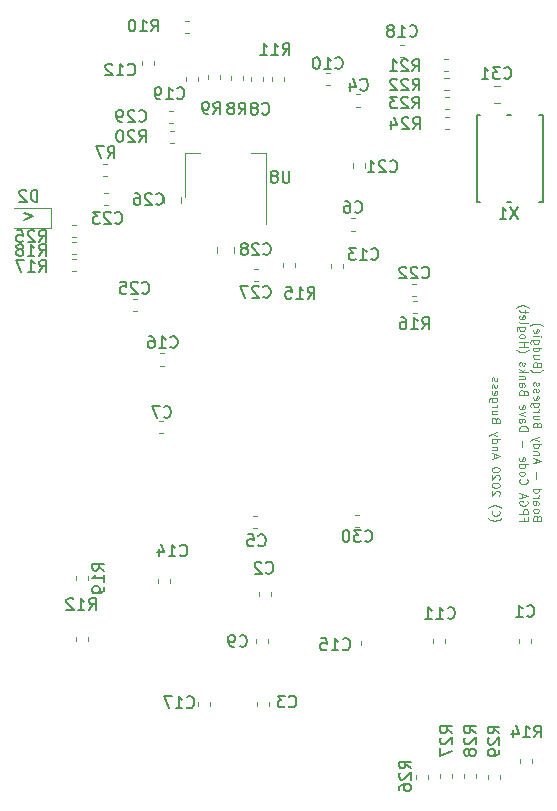
<source format=gbr>
G04 #@! TF.GenerationSoftware,KiCad,Pcbnew,(5.1.8)-1*
G04 #@! TF.CreationDate,2021-01-30T15:14:53+00:00*
G04 #@! TF.ProjectId,ElectronULA,456c6563-7472-46f6-9e55-4c412e6b6963,rev?*
G04 #@! TF.SameCoordinates,Original*
G04 #@! TF.FileFunction,Legend,Bot*
G04 #@! TF.FilePolarity,Positive*
%FSLAX46Y46*%
G04 Gerber Fmt 4.6, Leading zero omitted, Abs format (unit mm)*
G04 Created by KiCad (PCBNEW (5.1.8)-1) date 2021-01-30 15:14:53*
%MOMM*%
%LPD*%
G01*
G04 APERTURE LIST*
%ADD10C,0.200000*%
%ADD11C,0.125000*%
%ADD12C,0.120000*%
%ADD13C,0.150000*%
G04 APERTURE END LIST*
D10*
X133677707Y-74585485D02*
X134439612Y-74299771D01*
X133677707Y-74014057D01*
D11*
X177143620Y-99848750D02*
X177110286Y-99748750D01*
X177076953Y-99715416D01*
X177010286Y-99682083D01*
X176910286Y-99682083D01*
X176843620Y-99715416D01*
X176810286Y-99748750D01*
X176776953Y-99815416D01*
X176776953Y-100082083D01*
X177476953Y-100082083D01*
X177476953Y-99848750D01*
X177443620Y-99782083D01*
X177410286Y-99748750D01*
X177343620Y-99715416D01*
X177276953Y-99715416D01*
X177210286Y-99748750D01*
X177176953Y-99782083D01*
X177143620Y-99848750D01*
X177143620Y-100082083D01*
X176776953Y-99282083D02*
X176810286Y-99348750D01*
X176843620Y-99382083D01*
X176910286Y-99415416D01*
X177110286Y-99415416D01*
X177176953Y-99382083D01*
X177210286Y-99348750D01*
X177243620Y-99282083D01*
X177243620Y-99182083D01*
X177210286Y-99115416D01*
X177176953Y-99082083D01*
X177110286Y-99048750D01*
X176910286Y-99048750D01*
X176843620Y-99082083D01*
X176810286Y-99115416D01*
X176776953Y-99182083D01*
X176776953Y-99282083D01*
X176776953Y-98448750D02*
X177143620Y-98448750D01*
X177210286Y-98482083D01*
X177243620Y-98548750D01*
X177243620Y-98682083D01*
X177210286Y-98748750D01*
X176810286Y-98448750D02*
X176776953Y-98515416D01*
X176776953Y-98682083D01*
X176810286Y-98748750D01*
X176876953Y-98782083D01*
X176943620Y-98782083D01*
X177010286Y-98748750D01*
X177043620Y-98682083D01*
X177043620Y-98515416D01*
X177076953Y-98448750D01*
X176776953Y-98115416D02*
X177243620Y-98115416D01*
X177110286Y-98115416D02*
X177176953Y-98082083D01*
X177210286Y-98048750D01*
X177243620Y-97982083D01*
X177243620Y-97915416D01*
X176776953Y-97382083D02*
X177476953Y-97382083D01*
X176810286Y-97382083D02*
X176776953Y-97448750D01*
X176776953Y-97582083D01*
X176810286Y-97648750D01*
X176843620Y-97682083D01*
X176910286Y-97715416D01*
X177110286Y-97715416D01*
X177176953Y-97682083D01*
X177210286Y-97648750D01*
X177243620Y-97582083D01*
X177243620Y-97448750D01*
X177210286Y-97382083D01*
X177043620Y-96515416D02*
X177043620Y-95982083D01*
X176976953Y-95148750D02*
X176976953Y-94815416D01*
X176776953Y-95215416D02*
X177476953Y-94982083D01*
X176776953Y-94748750D01*
X177243620Y-94515416D02*
X176776953Y-94515416D01*
X177176953Y-94515416D02*
X177210286Y-94482083D01*
X177243620Y-94415416D01*
X177243620Y-94315416D01*
X177210286Y-94248750D01*
X177143620Y-94215416D01*
X176776953Y-94215416D01*
X176776953Y-93582083D02*
X177476953Y-93582083D01*
X176810286Y-93582083D02*
X176776953Y-93648750D01*
X176776953Y-93782083D01*
X176810286Y-93848750D01*
X176843620Y-93882083D01*
X176910286Y-93915416D01*
X177110286Y-93915416D01*
X177176953Y-93882083D01*
X177210286Y-93848750D01*
X177243620Y-93782083D01*
X177243620Y-93648750D01*
X177210286Y-93582083D01*
X177243620Y-93315416D02*
X176776953Y-93148750D01*
X177243620Y-92982083D02*
X176776953Y-93148750D01*
X176610286Y-93215416D01*
X176576953Y-93248750D01*
X176543620Y-93315416D01*
X177143620Y-91948750D02*
X177110286Y-91848750D01*
X177076953Y-91815416D01*
X177010286Y-91782083D01*
X176910286Y-91782083D01*
X176843620Y-91815416D01*
X176810286Y-91848750D01*
X176776953Y-91915416D01*
X176776953Y-92182083D01*
X177476953Y-92182083D01*
X177476953Y-91948750D01*
X177443620Y-91882083D01*
X177410286Y-91848750D01*
X177343620Y-91815416D01*
X177276953Y-91815416D01*
X177210286Y-91848750D01*
X177176953Y-91882083D01*
X177143620Y-91948750D01*
X177143620Y-92182083D01*
X177243620Y-91182083D02*
X176776953Y-91182083D01*
X177243620Y-91482083D02*
X176876953Y-91482083D01*
X176810286Y-91448750D01*
X176776953Y-91382083D01*
X176776953Y-91282083D01*
X176810286Y-91215416D01*
X176843620Y-91182083D01*
X176776953Y-90848750D02*
X177243620Y-90848750D01*
X177110286Y-90848750D02*
X177176953Y-90815416D01*
X177210286Y-90782083D01*
X177243620Y-90715416D01*
X177243620Y-90648750D01*
X177243620Y-90115416D02*
X176676953Y-90115416D01*
X176610286Y-90148750D01*
X176576953Y-90182083D01*
X176543620Y-90248750D01*
X176543620Y-90348750D01*
X176576953Y-90415416D01*
X176810286Y-90115416D02*
X176776953Y-90182083D01*
X176776953Y-90315416D01*
X176810286Y-90382083D01*
X176843620Y-90415416D01*
X176910286Y-90448750D01*
X177110286Y-90448750D01*
X177176953Y-90415416D01*
X177210286Y-90382083D01*
X177243620Y-90315416D01*
X177243620Y-90182083D01*
X177210286Y-90115416D01*
X176810286Y-89515416D02*
X176776953Y-89582083D01*
X176776953Y-89715416D01*
X176810286Y-89782083D01*
X176876953Y-89815416D01*
X177143620Y-89815416D01*
X177210286Y-89782083D01*
X177243620Y-89715416D01*
X177243620Y-89582083D01*
X177210286Y-89515416D01*
X177143620Y-89482083D01*
X177076953Y-89482083D01*
X177010286Y-89815416D01*
X176810286Y-89215416D02*
X176776953Y-89148750D01*
X176776953Y-89015416D01*
X176810286Y-88948750D01*
X176876953Y-88915416D01*
X176910286Y-88915416D01*
X176976953Y-88948750D01*
X177010286Y-89015416D01*
X177010286Y-89115416D01*
X177043620Y-89182083D01*
X177110286Y-89215416D01*
X177143620Y-89215416D01*
X177210286Y-89182083D01*
X177243620Y-89115416D01*
X177243620Y-89015416D01*
X177210286Y-88948750D01*
X176810286Y-88648750D02*
X176776953Y-88582083D01*
X176776953Y-88448750D01*
X176810286Y-88382083D01*
X176876953Y-88348750D01*
X176910286Y-88348750D01*
X176976953Y-88382083D01*
X177010286Y-88448750D01*
X177010286Y-88548750D01*
X177043620Y-88615416D01*
X177110286Y-88648750D01*
X177143620Y-88648750D01*
X177210286Y-88615416D01*
X177243620Y-88548750D01*
X177243620Y-88448750D01*
X177210286Y-88382083D01*
X176510286Y-87315416D02*
X176543620Y-87348750D01*
X176643620Y-87415416D01*
X176710286Y-87448750D01*
X176810286Y-87482083D01*
X176976953Y-87515416D01*
X177110286Y-87515416D01*
X177276953Y-87482083D01*
X177376953Y-87448750D01*
X177443620Y-87415416D01*
X177543620Y-87348750D01*
X177576953Y-87315416D01*
X177143620Y-86815416D02*
X177110286Y-86715416D01*
X177076953Y-86682083D01*
X177010286Y-86648750D01*
X176910286Y-86648750D01*
X176843620Y-86682083D01*
X176810286Y-86715416D01*
X176776953Y-86782083D01*
X176776953Y-87048750D01*
X177476953Y-87048750D01*
X177476953Y-86815416D01*
X177443620Y-86748750D01*
X177410286Y-86715416D01*
X177343620Y-86682083D01*
X177276953Y-86682083D01*
X177210286Y-86715416D01*
X177176953Y-86748750D01*
X177143620Y-86815416D01*
X177143620Y-87048750D01*
X177243620Y-86048750D02*
X176776953Y-86048750D01*
X177243620Y-86348750D02*
X176876953Y-86348750D01*
X176810286Y-86315416D01*
X176776953Y-86248750D01*
X176776953Y-86148750D01*
X176810286Y-86082083D01*
X176843620Y-86048750D01*
X176776953Y-85415416D02*
X177476953Y-85415416D01*
X176810286Y-85415416D02*
X176776953Y-85482083D01*
X176776953Y-85615416D01*
X176810286Y-85682083D01*
X176843620Y-85715416D01*
X176910286Y-85748750D01*
X177110286Y-85748750D01*
X177176953Y-85715416D01*
X177210286Y-85682083D01*
X177243620Y-85615416D01*
X177243620Y-85482083D01*
X177210286Y-85415416D01*
X177243620Y-84782083D02*
X176676953Y-84782083D01*
X176610286Y-84815416D01*
X176576953Y-84848750D01*
X176543620Y-84915416D01*
X176543620Y-85015416D01*
X176576953Y-85082083D01*
X176810286Y-84782083D02*
X176776953Y-84848750D01*
X176776953Y-84982083D01*
X176810286Y-85048750D01*
X176843620Y-85082083D01*
X176910286Y-85115416D01*
X177110286Y-85115416D01*
X177176953Y-85082083D01*
X177210286Y-85048750D01*
X177243620Y-84982083D01*
X177243620Y-84848750D01*
X177210286Y-84782083D01*
X176776953Y-84448750D02*
X177243620Y-84448750D01*
X177476953Y-84448750D02*
X177443620Y-84482083D01*
X177410286Y-84448750D01*
X177443620Y-84415416D01*
X177476953Y-84448750D01*
X177410286Y-84448750D01*
X176810286Y-83848750D02*
X176776953Y-83915416D01*
X176776953Y-84048750D01*
X176810286Y-84115416D01*
X176876953Y-84148750D01*
X177143620Y-84148750D01*
X177210286Y-84115416D01*
X177243620Y-84048750D01*
X177243620Y-83915416D01*
X177210286Y-83848750D01*
X177143620Y-83815416D01*
X177076953Y-83815416D01*
X177010286Y-84148750D01*
X176510286Y-83582083D02*
X176543620Y-83548750D01*
X176643620Y-83482083D01*
X176710286Y-83448750D01*
X176810286Y-83415416D01*
X176976953Y-83382083D01*
X177110286Y-83382083D01*
X177276953Y-83415416D01*
X177376953Y-83448750D01*
X177443620Y-83482083D01*
X177543620Y-83548750D01*
X177576953Y-83582083D01*
X175968620Y-99848750D02*
X175968620Y-100082083D01*
X175601953Y-100082083D02*
X176301953Y-100082083D01*
X176301953Y-99748750D01*
X175601953Y-99482083D02*
X176301953Y-99482083D01*
X176301953Y-99215416D01*
X176268620Y-99148750D01*
X176235286Y-99115416D01*
X176168620Y-99082083D01*
X176068620Y-99082083D01*
X176001953Y-99115416D01*
X175968620Y-99148750D01*
X175935286Y-99215416D01*
X175935286Y-99482083D01*
X176268620Y-98415416D02*
X176301953Y-98482083D01*
X176301953Y-98582083D01*
X176268620Y-98682083D01*
X176201953Y-98748750D01*
X176135286Y-98782083D01*
X176001953Y-98815416D01*
X175901953Y-98815416D01*
X175768620Y-98782083D01*
X175701953Y-98748750D01*
X175635286Y-98682083D01*
X175601953Y-98582083D01*
X175601953Y-98515416D01*
X175635286Y-98415416D01*
X175668620Y-98382083D01*
X175901953Y-98382083D01*
X175901953Y-98515416D01*
X175801953Y-98115416D02*
X175801953Y-97782083D01*
X175601953Y-98182083D02*
X176301953Y-97948750D01*
X175601953Y-97715416D01*
X175668620Y-96548750D02*
X175635286Y-96582083D01*
X175601953Y-96682083D01*
X175601953Y-96748750D01*
X175635286Y-96848750D01*
X175701953Y-96915416D01*
X175768620Y-96948750D01*
X175901953Y-96982083D01*
X176001953Y-96982083D01*
X176135286Y-96948750D01*
X176201953Y-96915416D01*
X176268620Y-96848750D01*
X176301953Y-96748750D01*
X176301953Y-96682083D01*
X176268620Y-96582083D01*
X176235286Y-96548750D01*
X175601953Y-96148750D02*
X175635286Y-96215416D01*
X175668620Y-96248750D01*
X175735286Y-96282083D01*
X175935286Y-96282083D01*
X176001953Y-96248750D01*
X176035286Y-96215416D01*
X176068620Y-96148750D01*
X176068620Y-96048750D01*
X176035286Y-95982083D01*
X176001953Y-95948750D01*
X175935286Y-95915416D01*
X175735286Y-95915416D01*
X175668620Y-95948750D01*
X175635286Y-95982083D01*
X175601953Y-96048750D01*
X175601953Y-96148750D01*
X175601953Y-95315416D02*
X176301953Y-95315416D01*
X175635286Y-95315416D02*
X175601953Y-95382083D01*
X175601953Y-95515416D01*
X175635286Y-95582083D01*
X175668620Y-95615416D01*
X175735286Y-95648750D01*
X175935286Y-95648750D01*
X176001953Y-95615416D01*
X176035286Y-95582083D01*
X176068620Y-95515416D01*
X176068620Y-95382083D01*
X176035286Y-95315416D01*
X175635286Y-94715416D02*
X175601953Y-94782083D01*
X175601953Y-94915416D01*
X175635286Y-94982083D01*
X175701953Y-95015416D01*
X175968620Y-95015416D01*
X176035286Y-94982083D01*
X176068620Y-94915416D01*
X176068620Y-94782083D01*
X176035286Y-94715416D01*
X175968620Y-94682083D01*
X175901953Y-94682083D01*
X175835286Y-95015416D01*
X175868620Y-93848750D02*
X175868620Y-93315416D01*
X175601953Y-92448750D02*
X176301953Y-92448750D01*
X176301953Y-92282083D01*
X176268620Y-92182083D01*
X176201953Y-92115416D01*
X176135286Y-92082083D01*
X176001953Y-92048750D01*
X175901953Y-92048750D01*
X175768620Y-92082083D01*
X175701953Y-92115416D01*
X175635286Y-92182083D01*
X175601953Y-92282083D01*
X175601953Y-92448750D01*
X175601953Y-91448750D02*
X175968620Y-91448750D01*
X176035286Y-91482083D01*
X176068620Y-91548750D01*
X176068620Y-91682083D01*
X176035286Y-91748750D01*
X175635286Y-91448750D02*
X175601953Y-91515416D01*
X175601953Y-91682083D01*
X175635286Y-91748750D01*
X175701953Y-91782083D01*
X175768620Y-91782083D01*
X175835286Y-91748750D01*
X175868620Y-91682083D01*
X175868620Y-91515416D01*
X175901953Y-91448750D01*
X176068620Y-91182083D02*
X175601953Y-91015416D01*
X176068620Y-90848750D01*
X175635286Y-90315416D02*
X175601953Y-90382083D01*
X175601953Y-90515416D01*
X175635286Y-90582083D01*
X175701953Y-90615416D01*
X175968620Y-90615416D01*
X176035286Y-90582083D01*
X176068620Y-90515416D01*
X176068620Y-90382083D01*
X176035286Y-90315416D01*
X175968620Y-90282083D01*
X175901953Y-90282083D01*
X175835286Y-90615416D01*
X175968620Y-89215416D02*
X175935286Y-89115416D01*
X175901953Y-89082083D01*
X175835286Y-89048750D01*
X175735286Y-89048750D01*
X175668620Y-89082083D01*
X175635286Y-89115416D01*
X175601953Y-89182083D01*
X175601953Y-89448750D01*
X176301953Y-89448750D01*
X176301953Y-89215416D01*
X176268620Y-89148750D01*
X176235286Y-89115416D01*
X176168620Y-89082083D01*
X176101953Y-89082083D01*
X176035286Y-89115416D01*
X176001953Y-89148750D01*
X175968620Y-89215416D01*
X175968620Y-89448750D01*
X175601953Y-88448750D02*
X175968620Y-88448750D01*
X176035286Y-88482083D01*
X176068620Y-88548750D01*
X176068620Y-88682083D01*
X176035286Y-88748750D01*
X175635286Y-88448750D02*
X175601953Y-88515416D01*
X175601953Y-88682083D01*
X175635286Y-88748750D01*
X175701953Y-88782083D01*
X175768620Y-88782083D01*
X175835286Y-88748750D01*
X175868620Y-88682083D01*
X175868620Y-88515416D01*
X175901953Y-88448750D01*
X176068620Y-88115416D02*
X175601953Y-88115416D01*
X176001953Y-88115416D02*
X176035286Y-88082083D01*
X176068620Y-88015416D01*
X176068620Y-87915416D01*
X176035286Y-87848750D01*
X175968620Y-87815416D01*
X175601953Y-87815416D01*
X175601953Y-87482083D02*
X176301953Y-87482083D01*
X175868620Y-87415416D02*
X175601953Y-87215416D01*
X176068620Y-87215416D02*
X175801953Y-87482083D01*
X175635286Y-86948750D02*
X175601953Y-86882083D01*
X175601953Y-86748750D01*
X175635286Y-86682083D01*
X175701953Y-86648750D01*
X175735286Y-86648750D01*
X175801953Y-86682083D01*
X175835286Y-86748750D01*
X175835286Y-86848750D01*
X175868620Y-86915416D01*
X175935286Y-86948750D01*
X175968620Y-86948750D01*
X176035286Y-86915416D01*
X176068620Y-86848750D01*
X176068620Y-86748750D01*
X176035286Y-86682083D01*
X175335286Y-85615416D02*
X175368620Y-85648750D01*
X175468620Y-85715416D01*
X175535286Y-85748750D01*
X175635286Y-85782083D01*
X175801953Y-85815416D01*
X175935286Y-85815416D01*
X176101953Y-85782083D01*
X176201953Y-85748750D01*
X176268620Y-85715416D01*
X176368620Y-85648750D01*
X176401953Y-85615416D01*
X175601953Y-85348750D02*
X176301953Y-85348750D01*
X175968620Y-85348750D02*
X175968620Y-84948750D01*
X175601953Y-84948750D02*
X176301953Y-84948750D01*
X175601953Y-84515416D02*
X175635286Y-84582083D01*
X175668620Y-84615416D01*
X175735286Y-84648750D01*
X175935286Y-84648750D01*
X176001953Y-84615416D01*
X176035286Y-84582083D01*
X176068620Y-84515416D01*
X176068620Y-84415416D01*
X176035286Y-84348750D01*
X176001953Y-84315416D01*
X175935286Y-84282083D01*
X175735286Y-84282083D01*
X175668620Y-84315416D01*
X175635286Y-84348750D01*
X175601953Y-84415416D01*
X175601953Y-84515416D01*
X176068620Y-83682083D02*
X175501953Y-83682083D01*
X175435286Y-83715416D01*
X175401953Y-83748750D01*
X175368620Y-83815416D01*
X175368620Y-83915416D01*
X175401953Y-83982083D01*
X175635286Y-83682083D02*
X175601953Y-83748750D01*
X175601953Y-83882083D01*
X175635286Y-83948750D01*
X175668620Y-83982083D01*
X175735286Y-84015416D01*
X175935286Y-84015416D01*
X176001953Y-83982083D01*
X176035286Y-83948750D01*
X176068620Y-83882083D01*
X176068620Y-83748750D01*
X176035286Y-83682083D01*
X175601953Y-83248750D02*
X175635286Y-83315416D01*
X175701953Y-83348750D01*
X176301953Y-83348750D01*
X175635286Y-82715416D02*
X175601953Y-82782083D01*
X175601953Y-82915416D01*
X175635286Y-82982083D01*
X175701953Y-83015416D01*
X175968620Y-83015416D01*
X176035286Y-82982083D01*
X176068620Y-82915416D01*
X176068620Y-82782083D01*
X176035286Y-82715416D01*
X175968620Y-82682083D01*
X175901953Y-82682083D01*
X175835286Y-83015416D01*
X176068620Y-82482083D02*
X176068620Y-82215416D01*
X176301953Y-82382083D02*
X175701953Y-82382083D01*
X175635286Y-82348750D01*
X175601953Y-82282083D01*
X175601953Y-82215416D01*
X175335286Y-82048750D02*
X175368620Y-82015416D01*
X175468620Y-81948750D01*
X175535286Y-81915416D01*
X175635286Y-81882083D01*
X175801953Y-81848750D01*
X175935286Y-81848750D01*
X176101953Y-81882083D01*
X176201953Y-81915416D01*
X176268620Y-81948750D01*
X176368620Y-82015416D01*
X176401953Y-82048750D01*
X172985286Y-99882083D02*
X173018620Y-99915416D01*
X173118620Y-99982083D01*
X173185286Y-100015416D01*
X173285286Y-100048750D01*
X173451953Y-100082083D01*
X173585286Y-100082083D01*
X173751953Y-100048750D01*
X173851953Y-100015416D01*
X173918620Y-99982083D01*
X174018620Y-99915416D01*
X174051953Y-99882083D01*
X173318620Y-99215416D02*
X173285286Y-99248750D01*
X173251953Y-99348750D01*
X173251953Y-99415416D01*
X173285286Y-99515416D01*
X173351953Y-99582083D01*
X173418620Y-99615416D01*
X173551953Y-99648750D01*
X173651953Y-99648750D01*
X173785286Y-99615416D01*
X173851953Y-99582083D01*
X173918620Y-99515416D01*
X173951953Y-99415416D01*
X173951953Y-99348750D01*
X173918620Y-99248750D01*
X173885286Y-99215416D01*
X172985286Y-98982083D02*
X173018620Y-98948750D01*
X173118620Y-98882083D01*
X173185286Y-98848750D01*
X173285286Y-98815416D01*
X173451953Y-98782083D01*
X173585286Y-98782083D01*
X173751953Y-98815416D01*
X173851953Y-98848750D01*
X173918620Y-98882083D01*
X174018620Y-98948750D01*
X174051953Y-98982083D01*
X173885286Y-97948750D02*
X173918620Y-97915416D01*
X173951953Y-97848750D01*
X173951953Y-97682083D01*
X173918620Y-97615416D01*
X173885286Y-97582083D01*
X173818620Y-97548750D01*
X173751953Y-97548750D01*
X173651953Y-97582083D01*
X173251953Y-97982083D01*
X173251953Y-97548750D01*
X173951953Y-97115416D02*
X173951953Y-97048750D01*
X173918620Y-96982083D01*
X173885286Y-96948750D01*
X173818620Y-96915416D01*
X173685286Y-96882083D01*
X173518620Y-96882083D01*
X173385286Y-96915416D01*
X173318620Y-96948750D01*
X173285286Y-96982083D01*
X173251953Y-97048750D01*
X173251953Y-97115416D01*
X173285286Y-97182083D01*
X173318620Y-97215416D01*
X173385286Y-97248750D01*
X173518620Y-97282083D01*
X173685286Y-97282083D01*
X173818620Y-97248750D01*
X173885286Y-97215416D01*
X173918620Y-97182083D01*
X173951953Y-97115416D01*
X173885286Y-96615416D02*
X173918620Y-96582083D01*
X173951953Y-96515416D01*
X173951953Y-96348750D01*
X173918620Y-96282083D01*
X173885286Y-96248750D01*
X173818620Y-96215416D01*
X173751953Y-96215416D01*
X173651953Y-96248750D01*
X173251953Y-96648750D01*
X173251953Y-96215416D01*
X173951953Y-95782083D02*
X173951953Y-95715416D01*
X173918620Y-95648750D01*
X173885286Y-95615416D01*
X173818620Y-95582083D01*
X173685286Y-95548750D01*
X173518620Y-95548750D01*
X173385286Y-95582083D01*
X173318620Y-95615416D01*
X173285286Y-95648750D01*
X173251953Y-95715416D01*
X173251953Y-95782083D01*
X173285286Y-95848750D01*
X173318620Y-95882083D01*
X173385286Y-95915416D01*
X173518620Y-95948750D01*
X173685286Y-95948750D01*
X173818620Y-95915416D01*
X173885286Y-95882083D01*
X173918620Y-95848750D01*
X173951953Y-95782083D01*
X173451953Y-94748750D02*
X173451953Y-94415416D01*
X173251953Y-94815416D02*
X173951953Y-94582083D01*
X173251953Y-94348750D01*
X173718620Y-94115416D02*
X173251953Y-94115416D01*
X173651953Y-94115416D02*
X173685286Y-94082083D01*
X173718620Y-94015416D01*
X173718620Y-93915416D01*
X173685286Y-93848750D01*
X173618620Y-93815416D01*
X173251953Y-93815416D01*
X173251953Y-93182083D02*
X173951953Y-93182083D01*
X173285286Y-93182083D02*
X173251953Y-93248750D01*
X173251953Y-93382083D01*
X173285286Y-93448750D01*
X173318620Y-93482083D01*
X173385286Y-93515416D01*
X173585286Y-93515416D01*
X173651953Y-93482083D01*
X173685286Y-93448750D01*
X173718620Y-93382083D01*
X173718620Y-93248750D01*
X173685286Y-93182083D01*
X173718620Y-92915416D02*
X173251953Y-92748750D01*
X173718620Y-92582083D02*
X173251953Y-92748750D01*
X173085286Y-92815416D01*
X173051953Y-92848750D01*
X173018620Y-92915416D01*
X173618620Y-91548750D02*
X173585286Y-91448750D01*
X173551953Y-91415416D01*
X173485286Y-91382083D01*
X173385286Y-91382083D01*
X173318620Y-91415416D01*
X173285286Y-91448750D01*
X173251953Y-91515416D01*
X173251953Y-91782083D01*
X173951953Y-91782083D01*
X173951953Y-91548750D01*
X173918620Y-91482083D01*
X173885286Y-91448750D01*
X173818620Y-91415416D01*
X173751953Y-91415416D01*
X173685286Y-91448750D01*
X173651953Y-91482083D01*
X173618620Y-91548750D01*
X173618620Y-91782083D01*
X173718620Y-90782083D02*
X173251953Y-90782083D01*
X173718620Y-91082083D02*
X173351953Y-91082083D01*
X173285286Y-91048750D01*
X173251953Y-90982083D01*
X173251953Y-90882083D01*
X173285286Y-90815416D01*
X173318620Y-90782083D01*
X173251953Y-90448750D02*
X173718620Y-90448750D01*
X173585286Y-90448750D02*
X173651953Y-90415416D01*
X173685286Y-90382083D01*
X173718620Y-90315416D01*
X173718620Y-90248750D01*
X173718620Y-89715416D02*
X173151953Y-89715416D01*
X173085286Y-89748750D01*
X173051953Y-89782083D01*
X173018620Y-89848750D01*
X173018620Y-89948750D01*
X173051953Y-90015416D01*
X173285286Y-89715416D02*
X173251953Y-89782083D01*
X173251953Y-89915416D01*
X173285286Y-89982083D01*
X173318620Y-90015416D01*
X173385286Y-90048750D01*
X173585286Y-90048750D01*
X173651953Y-90015416D01*
X173685286Y-89982083D01*
X173718620Y-89915416D01*
X173718620Y-89782083D01*
X173685286Y-89715416D01*
X173285286Y-89115416D02*
X173251953Y-89182083D01*
X173251953Y-89315416D01*
X173285286Y-89382083D01*
X173351953Y-89415416D01*
X173618620Y-89415416D01*
X173685286Y-89382083D01*
X173718620Y-89315416D01*
X173718620Y-89182083D01*
X173685286Y-89115416D01*
X173618620Y-89082083D01*
X173551953Y-89082083D01*
X173485286Y-89415416D01*
X173285286Y-88815416D02*
X173251953Y-88748750D01*
X173251953Y-88615416D01*
X173285286Y-88548750D01*
X173351953Y-88515416D01*
X173385286Y-88515416D01*
X173451953Y-88548750D01*
X173485286Y-88615416D01*
X173485286Y-88715416D01*
X173518620Y-88782083D01*
X173585286Y-88815416D01*
X173618620Y-88815416D01*
X173685286Y-88782083D01*
X173718620Y-88715416D01*
X173718620Y-88615416D01*
X173685286Y-88548750D01*
X173285286Y-88248750D02*
X173251953Y-88182083D01*
X173251953Y-88048750D01*
X173285286Y-87982083D01*
X173351953Y-87948750D01*
X173385286Y-87948750D01*
X173451953Y-87982083D01*
X173485286Y-88048750D01*
X173485286Y-88148750D01*
X173518620Y-88215416D01*
X173585286Y-88248750D01*
X173618620Y-88248750D01*
X173685286Y-88215416D01*
X173718620Y-88148750D01*
X173718620Y-88048750D01*
X173685286Y-87982083D01*
D12*
X173938660Y-121918547D02*
X173938660Y-121576013D01*
X172918660Y-121918547D02*
X172918660Y-121576013D01*
X171947300Y-121885527D02*
X171947300Y-121542993D01*
X170927300Y-121885527D02*
X170927300Y-121542993D01*
X169894980Y-121895687D02*
X169894980Y-121553153D01*
X168874980Y-121895687D02*
X168874980Y-121553153D01*
X167845200Y-121910927D02*
X167845200Y-121568393D01*
X166825200Y-121910927D02*
X166825200Y-121568393D01*
X135968820Y-73605020D02*
X135968820Y-75305020D01*
X135968820Y-75305020D02*
X132818820Y-75305020D01*
X135968820Y-73605020D02*
X132818820Y-73605020D01*
X138062787Y-75065160D02*
X137720253Y-75065160D01*
X138062787Y-76085160D02*
X137720253Y-76085160D01*
X146363507Y-67054000D02*
X146020973Y-67054000D01*
X146363507Y-68074000D02*
X146020973Y-68074000D01*
X169640067Y-65855120D02*
X169297533Y-65855120D01*
X169640067Y-66875120D02*
X169297533Y-66875120D01*
X169629907Y-64168560D02*
X169287373Y-64168560D01*
X169629907Y-65188560D02*
X169287373Y-65188560D01*
X169609587Y-62593760D02*
X169267053Y-62593760D01*
X169609587Y-63613760D02*
X169267053Y-63613760D01*
X169579107Y-61013880D02*
X169236573Y-61013880D01*
X169579107Y-62033880D02*
X169236573Y-62033880D01*
X139082240Y-105116447D02*
X139082240Y-104773913D01*
X138062240Y-105116447D02*
X138062240Y-104773913D01*
X138057707Y-76472320D02*
X137715173Y-76472320D01*
X138057707Y-77492320D02*
X137715173Y-77492320D01*
X138032307Y-77940440D02*
X137689773Y-77940440D01*
X138032307Y-78960440D02*
X137689773Y-78960440D01*
X166569573Y-82488500D02*
X166912107Y-82488500D01*
X166569573Y-81468500D02*
X166912107Y-81468500D01*
X156587920Y-78565827D02*
X156587920Y-78223293D01*
X155567920Y-78565827D02*
X155567920Y-78223293D01*
X176669160Y-120615527D02*
X176669160Y-120272993D01*
X175649160Y-120615527D02*
X175649160Y-120272993D01*
X139105100Y-110290427D02*
X139105100Y-109947893D01*
X138085100Y-110290427D02*
X138085100Y-109947893D01*
X155698920Y-62848307D02*
X155698920Y-62505773D01*
X154678920Y-62848307D02*
X154678920Y-62505773D01*
X147331613Y-58749660D02*
X147674147Y-58749660D01*
X147331613Y-57729660D02*
X147674147Y-57729660D01*
X150288720Y-62690827D02*
X150288720Y-62348293D01*
X149268720Y-62690827D02*
X149268720Y-62348293D01*
X152193720Y-62782267D02*
X152193720Y-62439733D01*
X151173720Y-62782267D02*
X151173720Y-62439733D01*
X140387253Y-70880700D02*
X140729787Y-70880700D01*
X140387253Y-69860700D02*
X140729787Y-69860700D01*
X145967633Y-66374740D02*
X146310167Y-66374740D01*
X145967633Y-65354740D02*
X146310167Y-65354740D01*
X153115193Y-79818960D02*
X153457727Y-79818960D01*
X153115193Y-78798960D02*
X153457727Y-78798960D01*
X143198467Y-81321000D02*
X142855933Y-81321000D01*
X143198467Y-82341000D02*
X142855933Y-82341000D01*
X140747567Y-72344820D02*
X140405033Y-72344820D01*
X140747567Y-73364820D02*
X140405033Y-73364820D01*
X166536553Y-81025460D02*
X166879087Y-81025460D01*
X166536553Y-80005460D02*
X166879087Y-80005460D01*
X161481040Y-69831133D02*
X161481040Y-70173667D01*
X162501040Y-69831133D02*
X162501040Y-70173667D01*
X147373880Y-62480373D02*
X147373880Y-62822907D01*
X148393880Y-62480373D02*
X148393880Y-62822907D01*
X165505313Y-60796900D02*
X165847847Y-60796900D01*
X165505313Y-59776900D02*
X165847847Y-59776900D01*
X160695100Y-78662347D02*
X160695100Y-78319813D01*
X159675100Y-78662347D02*
X159675100Y-78319813D01*
X144680400Y-61456387D02*
X144680400Y-61113853D01*
X143660400Y-61456387D02*
X143660400Y-61113853D01*
X159261993Y-63174340D02*
X159604527Y-63174340D01*
X159261993Y-62154340D02*
X159604527Y-62154340D01*
X152883140Y-62546413D02*
X152883140Y-62888947D01*
X153903140Y-62546413D02*
X153903140Y-62888947D01*
X161682247Y-74486040D02*
X161339713Y-74486040D01*
X161682247Y-75506040D02*
X161339713Y-75506040D01*
X162091187Y-63988220D02*
X161748653Y-63988220D01*
X162091187Y-65008220D02*
X161748653Y-65008220D01*
D13*
X177575520Y-73058840D02*
X177275520Y-73058840D01*
X171994520Y-73058840D02*
X172294520Y-73058840D01*
X171994520Y-65731840D02*
X172294520Y-65731840D01*
X177575520Y-65731840D02*
X177275520Y-65731840D01*
X177575520Y-65795340D02*
X177575520Y-72995340D01*
X171994520Y-65795340D02*
X171994520Y-72995340D01*
X174921520Y-73058840D02*
X174521520Y-73058840D01*
X174921520Y-65731840D02*
X174521520Y-65731840D01*
D12*
X150018680Y-76914108D02*
X150018680Y-77436612D01*
X151438680Y-76914108D02*
X151438680Y-77436612D01*
X147323760Y-68920440D02*
X148583760Y-68920440D01*
X154143760Y-68920440D02*
X152883760Y-68920440D01*
X147323760Y-72680440D02*
X147323760Y-68920440D01*
X154143760Y-74930440D02*
X154143760Y-68920440D01*
X173444268Y-64695140D02*
X173966772Y-64695140D01*
X173444268Y-63275140D02*
X173966772Y-63275140D01*
X146947960Y-73184652D02*
X146947960Y-72662148D01*
X145527960Y-73184652D02*
X145527960Y-72662148D01*
X153327200Y-110084733D02*
X153327200Y-110427267D01*
X154347200Y-110084733D02*
X154347200Y-110427267D01*
X145095933Y-92667560D02*
X145438467Y-92667560D01*
X145095933Y-91647560D02*
X145438467Y-91647560D01*
X153378467Y-99651000D02*
X153035933Y-99651000D01*
X153378467Y-100671000D02*
X153035933Y-100671000D01*
X154407200Y-115737267D02*
X154407200Y-115394733D01*
X153387200Y-115737267D02*
X153387200Y-115394733D01*
X154567200Y-106437267D02*
X154567200Y-106094733D01*
X153547200Y-106437267D02*
X153547200Y-106094733D01*
X168262840Y-110074893D02*
X168262840Y-110417427D01*
X169282840Y-110074893D02*
X169282840Y-110417427D01*
X145175933Y-86937560D02*
X145518467Y-86937560D01*
X145175933Y-85917560D02*
X145518467Y-85917560D01*
X161670933Y-100611000D02*
X162013467Y-100611000D01*
X161670933Y-99591000D02*
X162013467Y-99591000D01*
X149387200Y-115792267D02*
X149387200Y-115449733D01*
X148367200Y-115792267D02*
X148367200Y-115449733D01*
X161197200Y-110264733D02*
X161197200Y-110607267D01*
X162217200Y-110264733D02*
X162217200Y-110607267D01*
X146021520Y-105383147D02*
X146021520Y-105040613D01*
X145001520Y-105383147D02*
X145001520Y-105040613D01*
X175592720Y-110126953D02*
X175592720Y-110469487D01*
X176612720Y-110126953D02*
X176612720Y-110469487D01*
D13*
X173914060Y-118081822D02*
X173437870Y-117748489D01*
X173914060Y-117510394D02*
X172914060Y-117510394D01*
X172914060Y-117891346D01*
X172961680Y-117986584D01*
X173009299Y-118034203D01*
X173104537Y-118081822D01*
X173247394Y-118081822D01*
X173342632Y-118034203D01*
X173390251Y-117986584D01*
X173437870Y-117891346D01*
X173437870Y-117510394D01*
X173009299Y-118462775D02*
X172961680Y-118510394D01*
X172914060Y-118605632D01*
X172914060Y-118843727D01*
X172961680Y-118938965D01*
X173009299Y-118986584D01*
X173104537Y-119034203D01*
X173199775Y-119034203D01*
X173342632Y-118986584D01*
X173914060Y-118415156D01*
X173914060Y-119034203D01*
X173914060Y-119510394D02*
X173914060Y-119700870D01*
X173866441Y-119796108D01*
X173818822Y-119843727D01*
X173675965Y-119938965D01*
X173485489Y-119986584D01*
X173104537Y-119986584D01*
X173009299Y-119938965D01*
X172961680Y-119891346D01*
X172914060Y-119796108D01*
X172914060Y-119605632D01*
X172961680Y-119510394D01*
X173009299Y-119462775D01*
X173104537Y-119415156D01*
X173342632Y-119415156D01*
X173437870Y-119462775D01*
X173485489Y-119510394D01*
X173533108Y-119605632D01*
X173533108Y-119796108D01*
X173485489Y-119891346D01*
X173437870Y-119938965D01*
X173342632Y-119986584D01*
X171922700Y-118066582D02*
X171446510Y-117733249D01*
X171922700Y-117495154D02*
X170922700Y-117495154D01*
X170922700Y-117876106D01*
X170970320Y-117971344D01*
X171017939Y-118018963D01*
X171113177Y-118066582D01*
X171256034Y-118066582D01*
X171351272Y-118018963D01*
X171398891Y-117971344D01*
X171446510Y-117876106D01*
X171446510Y-117495154D01*
X171017939Y-118447535D02*
X170970320Y-118495154D01*
X170922700Y-118590392D01*
X170922700Y-118828487D01*
X170970320Y-118923725D01*
X171017939Y-118971344D01*
X171113177Y-119018963D01*
X171208415Y-119018963D01*
X171351272Y-118971344D01*
X171922700Y-118399916D01*
X171922700Y-119018963D01*
X171351272Y-119590392D02*
X171303653Y-119495154D01*
X171256034Y-119447535D01*
X171160796Y-119399916D01*
X171113177Y-119399916D01*
X171017939Y-119447535D01*
X170970320Y-119495154D01*
X170922700Y-119590392D01*
X170922700Y-119780868D01*
X170970320Y-119876106D01*
X171017939Y-119923725D01*
X171113177Y-119971344D01*
X171160796Y-119971344D01*
X171256034Y-119923725D01*
X171303653Y-119876106D01*
X171351272Y-119780868D01*
X171351272Y-119590392D01*
X171398891Y-119495154D01*
X171446510Y-119447535D01*
X171541748Y-119399916D01*
X171732224Y-119399916D01*
X171827462Y-119447535D01*
X171875081Y-119495154D01*
X171922700Y-119590392D01*
X171922700Y-119780868D01*
X171875081Y-119876106D01*
X171827462Y-119923725D01*
X171732224Y-119971344D01*
X171541748Y-119971344D01*
X171446510Y-119923725D01*
X171398891Y-119876106D01*
X171351272Y-119780868D01*
X169916100Y-118066582D02*
X169439910Y-117733249D01*
X169916100Y-117495154D02*
X168916100Y-117495154D01*
X168916100Y-117876106D01*
X168963720Y-117971344D01*
X169011339Y-118018963D01*
X169106577Y-118066582D01*
X169249434Y-118066582D01*
X169344672Y-118018963D01*
X169392291Y-117971344D01*
X169439910Y-117876106D01*
X169439910Y-117495154D01*
X169011339Y-118447535D02*
X168963720Y-118495154D01*
X168916100Y-118590392D01*
X168916100Y-118828487D01*
X168963720Y-118923725D01*
X169011339Y-118971344D01*
X169106577Y-119018963D01*
X169201815Y-119018963D01*
X169344672Y-118971344D01*
X169916100Y-118399916D01*
X169916100Y-119018963D01*
X168916100Y-119352297D02*
X168916100Y-120018963D01*
X169916100Y-119590392D01*
X166421060Y-121038382D02*
X165944870Y-120705049D01*
X166421060Y-120466954D02*
X165421060Y-120466954D01*
X165421060Y-120847906D01*
X165468680Y-120943144D01*
X165516299Y-120990763D01*
X165611537Y-121038382D01*
X165754394Y-121038382D01*
X165849632Y-120990763D01*
X165897251Y-120943144D01*
X165944870Y-120847906D01*
X165944870Y-120466954D01*
X165516299Y-121419335D02*
X165468680Y-121466954D01*
X165421060Y-121562192D01*
X165421060Y-121800287D01*
X165468680Y-121895525D01*
X165516299Y-121943144D01*
X165611537Y-121990763D01*
X165706775Y-121990763D01*
X165849632Y-121943144D01*
X166421060Y-121371716D01*
X166421060Y-121990763D01*
X165421060Y-122847906D02*
X165421060Y-122657430D01*
X165468680Y-122562192D01*
X165516299Y-122514573D01*
X165659156Y-122419335D01*
X165849632Y-122371716D01*
X166230584Y-122371716D01*
X166325822Y-122419335D01*
X166373441Y-122466954D01*
X166421060Y-122562192D01*
X166421060Y-122752668D01*
X166373441Y-122847906D01*
X166325822Y-122895525D01*
X166230584Y-122943144D01*
X165992489Y-122943144D01*
X165897251Y-122895525D01*
X165849632Y-122847906D01*
X165802013Y-122752668D01*
X165802013Y-122562192D01*
X165849632Y-122466954D01*
X165897251Y-122419335D01*
X165992489Y-122371716D01*
X134806915Y-73057400D02*
X134806915Y-72057400D01*
X134568820Y-72057400D01*
X134425962Y-72105020D01*
X134330724Y-72200258D01*
X134283105Y-72295496D01*
X134235486Y-72485972D01*
X134235486Y-72628829D01*
X134283105Y-72819305D01*
X134330724Y-72914543D01*
X134425962Y-73009781D01*
X134568820Y-73057400D01*
X134806915Y-73057400D01*
X133854534Y-72152639D02*
X133806915Y-72105020D01*
X133711677Y-72057400D01*
X133473581Y-72057400D01*
X133378343Y-72105020D01*
X133330724Y-72152639D01*
X133283105Y-72247877D01*
X133283105Y-72343115D01*
X133330724Y-72485972D01*
X133902153Y-73057400D01*
X133283105Y-73057400D01*
X134919957Y-76472040D02*
X135253290Y-75995850D01*
X135491385Y-76472040D02*
X135491385Y-75472040D01*
X135110433Y-75472040D01*
X135015195Y-75519660D01*
X134967576Y-75567279D01*
X134919957Y-75662517D01*
X134919957Y-75805374D01*
X134967576Y-75900612D01*
X135015195Y-75948231D01*
X135110433Y-75995850D01*
X135491385Y-75995850D01*
X134539004Y-75567279D02*
X134491385Y-75519660D01*
X134396147Y-75472040D01*
X134158052Y-75472040D01*
X134062814Y-75519660D01*
X134015195Y-75567279D01*
X133967576Y-75662517D01*
X133967576Y-75757755D01*
X134015195Y-75900612D01*
X134586623Y-76472040D01*
X133967576Y-76472040D01*
X133062814Y-75472040D02*
X133539004Y-75472040D01*
X133586623Y-75948231D01*
X133539004Y-75900612D01*
X133443766Y-75852993D01*
X133205671Y-75852993D01*
X133110433Y-75900612D01*
X133062814Y-75948231D01*
X133015195Y-76043469D01*
X133015195Y-76281564D01*
X133062814Y-76376802D01*
X133110433Y-76424421D01*
X133205671Y-76472040D01*
X133443766Y-76472040D01*
X133539004Y-76424421D01*
X133586623Y-76376802D01*
X143401017Y-68016380D02*
X143734350Y-67540190D01*
X143972445Y-68016380D02*
X143972445Y-67016380D01*
X143591493Y-67016380D01*
X143496255Y-67064000D01*
X143448636Y-67111619D01*
X143401017Y-67206857D01*
X143401017Y-67349714D01*
X143448636Y-67444952D01*
X143496255Y-67492571D01*
X143591493Y-67540190D01*
X143972445Y-67540190D01*
X143020064Y-67111619D02*
X142972445Y-67064000D01*
X142877207Y-67016380D01*
X142639112Y-67016380D01*
X142543874Y-67064000D01*
X142496255Y-67111619D01*
X142448636Y-67206857D01*
X142448636Y-67302095D01*
X142496255Y-67444952D01*
X143067683Y-68016380D01*
X142448636Y-68016380D01*
X141829588Y-67016380D02*
X141734350Y-67016380D01*
X141639112Y-67064000D01*
X141591493Y-67111619D01*
X141543874Y-67206857D01*
X141496255Y-67397333D01*
X141496255Y-67635428D01*
X141543874Y-67825904D01*
X141591493Y-67921142D01*
X141639112Y-67968761D01*
X141734350Y-68016380D01*
X141829588Y-68016380D01*
X141924826Y-67968761D01*
X141972445Y-67921142D01*
X142020064Y-67825904D01*
X142067683Y-67635428D01*
X142067683Y-67397333D01*
X142020064Y-67206857D01*
X141972445Y-67111619D01*
X141924826Y-67064000D01*
X141829588Y-67016380D01*
X166586137Y-66924180D02*
X166919470Y-66447990D01*
X167157565Y-66924180D02*
X167157565Y-65924180D01*
X166776613Y-65924180D01*
X166681375Y-65971800D01*
X166633756Y-66019419D01*
X166586137Y-66114657D01*
X166586137Y-66257514D01*
X166633756Y-66352752D01*
X166681375Y-66400371D01*
X166776613Y-66447990D01*
X167157565Y-66447990D01*
X166205184Y-66019419D02*
X166157565Y-65971800D01*
X166062327Y-65924180D01*
X165824232Y-65924180D01*
X165728994Y-65971800D01*
X165681375Y-66019419D01*
X165633756Y-66114657D01*
X165633756Y-66209895D01*
X165681375Y-66352752D01*
X166252803Y-66924180D01*
X165633756Y-66924180D01*
X164776613Y-66257514D02*
X164776613Y-66924180D01*
X165014708Y-65876561D02*
X165252803Y-66590847D01*
X164633756Y-66590847D01*
X166555657Y-65161420D02*
X166888990Y-64685230D01*
X167127085Y-65161420D02*
X167127085Y-64161420D01*
X166746133Y-64161420D01*
X166650895Y-64209040D01*
X166603276Y-64256659D01*
X166555657Y-64351897D01*
X166555657Y-64494754D01*
X166603276Y-64589992D01*
X166650895Y-64637611D01*
X166746133Y-64685230D01*
X167127085Y-64685230D01*
X166174704Y-64256659D02*
X166127085Y-64209040D01*
X166031847Y-64161420D01*
X165793752Y-64161420D01*
X165698514Y-64209040D01*
X165650895Y-64256659D01*
X165603276Y-64351897D01*
X165603276Y-64447135D01*
X165650895Y-64589992D01*
X166222323Y-65161420D01*
X165603276Y-65161420D01*
X165269942Y-64161420D02*
X164650895Y-64161420D01*
X164984228Y-64542373D01*
X164841371Y-64542373D01*
X164746133Y-64589992D01*
X164698514Y-64637611D01*
X164650895Y-64732849D01*
X164650895Y-64970944D01*
X164698514Y-65066182D01*
X164746133Y-65113801D01*
X164841371Y-65161420D01*
X165127085Y-65161420D01*
X165222323Y-65113801D01*
X165269942Y-65066182D01*
X166575977Y-63637420D02*
X166909310Y-63161230D01*
X167147405Y-63637420D02*
X167147405Y-62637420D01*
X166766453Y-62637420D01*
X166671215Y-62685040D01*
X166623596Y-62732659D01*
X166575977Y-62827897D01*
X166575977Y-62970754D01*
X166623596Y-63065992D01*
X166671215Y-63113611D01*
X166766453Y-63161230D01*
X167147405Y-63161230D01*
X166195024Y-62732659D02*
X166147405Y-62685040D01*
X166052167Y-62637420D01*
X165814072Y-62637420D01*
X165718834Y-62685040D01*
X165671215Y-62732659D01*
X165623596Y-62827897D01*
X165623596Y-62923135D01*
X165671215Y-63065992D01*
X166242643Y-63637420D01*
X165623596Y-63637420D01*
X165242643Y-62732659D02*
X165195024Y-62685040D01*
X165099786Y-62637420D01*
X164861691Y-62637420D01*
X164766453Y-62685040D01*
X164718834Y-62732659D01*
X164671215Y-62827897D01*
X164671215Y-62923135D01*
X164718834Y-63065992D01*
X165290262Y-63637420D01*
X164671215Y-63637420D01*
X166560737Y-62027060D02*
X166894070Y-61550870D01*
X167132165Y-62027060D02*
X167132165Y-61027060D01*
X166751213Y-61027060D01*
X166655975Y-61074680D01*
X166608356Y-61122299D01*
X166560737Y-61217537D01*
X166560737Y-61360394D01*
X166608356Y-61455632D01*
X166655975Y-61503251D01*
X166751213Y-61550870D01*
X167132165Y-61550870D01*
X166179784Y-61122299D02*
X166132165Y-61074680D01*
X166036927Y-61027060D01*
X165798832Y-61027060D01*
X165703594Y-61074680D01*
X165655975Y-61122299D01*
X165608356Y-61217537D01*
X165608356Y-61312775D01*
X165655975Y-61455632D01*
X166227403Y-62027060D01*
X165608356Y-62027060D01*
X164655975Y-62027060D02*
X165227403Y-62027060D01*
X164941689Y-62027060D02*
X164941689Y-61027060D01*
X165036927Y-61169918D01*
X165132165Y-61265156D01*
X165227403Y-61312775D01*
X140454620Y-104302322D02*
X139978430Y-103968989D01*
X140454620Y-103730894D02*
X139454620Y-103730894D01*
X139454620Y-104111846D01*
X139502240Y-104207084D01*
X139549859Y-104254703D01*
X139645097Y-104302322D01*
X139787954Y-104302322D01*
X139883192Y-104254703D01*
X139930811Y-104207084D01*
X139978430Y-104111846D01*
X139978430Y-103730894D01*
X140454620Y-105254703D02*
X140454620Y-104683275D01*
X140454620Y-104968989D02*
X139454620Y-104968989D01*
X139597478Y-104873751D01*
X139692716Y-104778513D01*
X139740335Y-104683275D01*
X140454620Y-105730894D02*
X140454620Y-105921370D01*
X140407001Y-106016608D01*
X140359382Y-106064227D01*
X140216525Y-106159465D01*
X140026049Y-106207084D01*
X139645097Y-106207084D01*
X139549859Y-106159465D01*
X139502240Y-106111846D01*
X139454620Y-106016608D01*
X139454620Y-105826132D01*
X139502240Y-105730894D01*
X139549859Y-105683275D01*
X139645097Y-105635656D01*
X139883192Y-105635656D01*
X139978430Y-105683275D01*
X140026049Y-105730894D01*
X140073668Y-105826132D01*
X140073668Y-106016608D01*
X140026049Y-106111846D01*
X139978430Y-106159465D01*
X139883192Y-106207084D01*
X134932657Y-77665840D02*
X135265990Y-77189650D01*
X135504085Y-77665840D02*
X135504085Y-76665840D01*
X135123133Y-76665840D01*
X135027895Y-76713460D01*
X134980276Y-76761079D01*
X134932657Y-76856317D01*
X134932657Y-76999174D01*
X134980276Y-77094412D01*
X135027895Y-77142031D01*
X135123133Y-77189650D01*
X135504085Y-77189650D01*
X133980276Y-77665840D02*
X134551704Y-77665840D01*
X134265990Y-77665840D02*
X134265990Y-76665840D01*
X134361228Y-76808698D01*
X134456466Y-76903936D01*
X134551704Y-76951555D01*
X133408847Y-77094412D02*
X133504085Y-77046793D01*
X133551704Y-76999174D01*
X133599323Y-76903936D01*
X133599323Y-76856317D01*
X133551704Y-76761079D01*
X133504085Y-76713460D01*
X133408847Y-76665840D01*
X133218371Y-76665840D01*
X133123133Y-76713460D01*
X133075514Y-76761079D01*
X133027895Y-76856317D01*
X133027895Y-76903936D01*
X133075514Y-76999174D01*
X133123133Y-77046793D01*
X133218371Y-77094412D01*
X133408847Y-77094412D01*
X133504085Y-77142031D01*
X133551704Y-77189650D01*
X133599323Y-77284888D01*
X133599323Y-77475364D01*
X133551704Y-77570602D01*
X133504085Y-77618221D01*
X133408847Y-77665840D01*
X133218371Y-77665840D01*
X133123133Y-77618221D01*
X133075514Y-77570602D01*
X133027895Y-77475364D01*
X133027895Y-77284888D01*
X133075514Y-77189650D01*
X133123133Y-77142031D01*
X133218371Y-77094412D01*
X134960597Y-79004420D02*
X135293930Y-78528230D01*
X135532025Y-79004420D02*
X135532025Y-78004420D01*
X135151073Y-78004420D01*
X135055835Y-78052040D01*
X135008216Y-78099659D01*
X134960597Y-78194897D01*
X134960597Y-78337754D01*
X135008216Y-78432992D01*
X135055835Y-78480611D01*
X135151073Y-78528230D01*
X135532025Y-78528230D01*
X134008216Y-79004420D02*
X134579644Y-79004420D01*
X134293930Y-79004420D02*
X134293930Y-78004420D01*
X134389168Y-78147278D01*
X134484406Y-78242516D01*
X134579644Y-78290135D01*
X133674882Y-78004420D02*
X133008216Y-78004420D01*
X133436787Y-79004420D01*
X167383697Y-83860880D02*
X167717030Y-83384690D01*
X167955125Y-83860880D02*
X167955125Y-82860880D01*
X167574173Y-82860880D01*
X167478935Y-82908500D01*
X167431316Y-82956119D01*
X167383697Y-83051357D01*
X167383697Y-83194214D01*
X167431316Y-83289452D01*
X167478935Y-83337071D01*
X167574173Y-83384690D01*
X167955125Y-83384690D01*
X166431316Y-83860880D02*
X167002744Y-83860880D01*
X166717030Y-83860880D02*
X166717030Y-82860880D01*
X166812268Y-83003738D01*
X166907506Y-83098976D01*
X167002744Y-83146595D01*
X165574173Y-82860880D02*
X165764649Y-82860880D01*
X165859887Y-82908500D01*
X165907506Y-82956119D01*
X166002744Y-83098976D01*
X166050363Y-83289452D01*
X166050363Y-83670404D01*
X166002744Y-83765642D01*
X165955125Y-83813261D01*
X165859887Y-83860880D01*
X165669411Y-83860880D01*
X165574173Y-83813261D01*
X165526554Y-83765642D01*
X165478935Y-83670404D01*
X165478935Y-83432309D01*
X165526554Y-83337071D01*
X165574173Y-83289452D01*
X165669411Y-83241833D01*
X165859887Y-83241833D01*
X165955125Y-83289452D01*
X166002744Y-83337071D01*
X166050363Y-83432309D01*
X157678357Y-81272640D02*
X158011690Y-80796450D01*
X158249785Y-81272640D02*
X158249785Y-80272640D01*
X157868833Y-80272640D01*
X157773595Y-80320260D01*
X157725976Y-80367879D01*
X157678357Y-80463117D01*
X157678357Y-80605974D01*
X157725976Y-80701212D01*
X157773595Y-80748831D01*
X157868833Y-80796450D01*
X158249785Y-80796450D01*
X156725976Y-81272640D02*
X157297404Y-81272640D01*
X157011690Y-81272640D02*
X157011690Y-80272640D01*
X157106928Y-80415498D01*
X157202166Y-80510736D01*
X157297404Y-80558355D01*
X155821214Y-80272640D02*
X156297404Y-80272640D01*
X156345023Y-80748831D01*
X156297404Y-80701212D01*
X156202166Y-80653593D01*
X155964071Y-80653593D01*
X155868833Y-80701212D01*
X155821214Y-80748831D01*
X155773595Y-80844069D01*
X155773595Y-81082164D01*
X155821214Y-81177402D01*
X155868833Y-81225021D01*
X155964071Y-81272640D01*
X156202166Y-81272640D01*
X156297404Y-81225021D01*
X156345023Y-81177402D01*
X176873137Y-118427760D02*
X177206470Y-117951570D01*
X177444565Y-118427760D02*
X177444565Y-117427760D01*
X177063613Y-117427760D01*
X176968375Y-117475380D01*
X176920756Y-117522999D01*
X176873137Y-117618237D01*
X176873137Y-117761094D01*
X176920756Y-117856332D01*
X176968375Y-117903951D01*
X177063613Y-117951570D01*
X177444565Y-117951570D01*
X175920756Y-118427760D02*
X176492184Y-118427760D01*
X176206470Y-118427760D02*
X176206470Y-117427760D01*
X176301708Y-117570618D01*
X176396946Y-117665856D01*
X176492184Y-117713475D01*
X175063613Y-117761094D02*
X175063613Y-118427760D01*
X175301708Y-117380141D02*
X175539803Y-118094427D01*
X174920756Y-118094427D01*
X139169377Y-107632760D02*
X139502710Y-107156570D01*
X139740805Y-107632760D02*
X139740805Y-106632760D01*
X139359853Y-106632760D01*
X139264615Y-106680380D01*
X139216996Y-106727999D01*
X139169377Y-106823237D01*
X139169377Y-106966094D01*
X139216996Y-107061332D01*
X139264615Y-107108951D01*
X139359853Y-107156570D01*
X139740805Y-107156570D01*
X138216996Y-107632760D02*
X138788424Y-107632760D01*
X138502710Y-107632760D02*
X138502710Y-106632760D01*
X138597948Y-106775618D01*
X138693186Y-106870856D01*
X138788424Y-106918475D01*
X137836043Y-106727999D02*
X137788424Y-106680380D01*
X137693186Y-106632760D01*
X137455091Y-106632760D01*
X137359853Y-106680380D01*
X137312234Y-106727999D01*
X137264615Y-106823237D01*
X137264615Y-106918475D01*
X137312234Y-107061332D01*
X137883662Y-107632760D01*
X137264615Y-107632760D01*
X155570157Y-60642760D02*
X155903490Y-60166570D01*
X156141585Y-60642760D02*
X156141585Y-59642760D01*
X155760633Y-59642760D01*
X155665395Y-59690380D01*
X155617776Y-59737999D01*
X155570157Y-59833237D01*
X155570157Y-59976094D01*
X155617776Y-60071332D01*
X155665395Y-60118951D01*
X155760633Y-60166570D01*
X156141585Y-60166570D01*
X154617776Y-60642760D02*
X155189204Y-60642760D01*
X154903490Y-60642760D02*
X154903490Y-59642760D01*
X154998728Y-59785618D01*
X155093966Y-59880856D01*
X155189204Y-59928475D01*
X153665395Y-60642760D02*
X154236823Y-60642760D01*
X153951109Y-60642760D02*
X153951109Y-59642760D01*
X154046347Y-59785618D01*
X154141585Y-59880856D01*
X154236823Y-59928475D01*
X144439877Y-58646320D02*
X144773210Y-58170130D01*
X145011305Y-58646320D02*
X145011305Y-57646320D01*
X144630353Y-57646320D01*
X144535115Y-57693940D01*
X144487496Y-57741559D01*
X144439877Y-57836797D01*
X144439877Y-57979654D01*
X144487496Y-58074892D01*
X144535115Y-58122511D01*
X144630353Y-58170130D01*
X145011305Y-58170130D01*
X143487496Y-58646320D02*
X144058924Y-58646320D01*
X143773210Y-58646320D02*
X143773210Y-57646320D01*
X143868448Y-57789178D01*
X143963686Y-57884416D01*
X144058924Y-57932035D01*
X142868448Y-57646320D02*
X142773210Y-57646320D01*
X142677972Y-57693940D01*
X142630353Y-57741559D01*
X142582734Y-57836797D01*
X142535115Y-58027273D01*
X142535115Y-58265368D01*
X142582734Y-58455844D01*
X142630353Y-58551082D01*
X142677972Y-58598701D01*
X142773210Y-58646320D01*
X142868448Y-58646320D01*
X142963686Y-58598701D01*
X143011305Y-58551082D01*
X143058924Y-58455844D01*
X143106543Y-58265368D01*
X143106543Y-58027273D01*
X143058924Y-57836797D01*
X143011305Y-57741559D01*
X142963686Y-57693940D01*
X142868448Y-57646320D01*
X149711706Y-65644020D02*
X150045040Y-65167830D01*
X150283135Y-65644020D02*
X150283135Y-64644020D01*
X149902182Y-64644020D01*
X149806944Y-64691640D01*
X149759325Y-64739259D01*
X149711706Y-64834497D01*
X149711706Y-64977354D01*
X149759325Y-65072592D01*
X149806944Y-65120211D01*
X149902182Y-65167830D01*
X150283135Y-65167830D01*
X149235516Y-65644020D02*
X149045040Y-65644020D01*
X148949801Y-65596401D01*
X148902182Y-65548782D01*
X148806944Y-65405925D01*
X148759325Y-65215449D01*
X148759325Y-64834497D01*
X148806944Y-64739259D01*
X148854563Y-64691640D01*
X148949801Y-64644020D01*
X149140278Y-64644020D01*
X149235516Y-64691640D01*
X149283135Y-64739259D01*
X149330754Y-64834497D01*
X149330754Y-65072592D01*
X149283135Y-65167830D01*
X149235516Y-65215449D01*
X149140278Y-65263068D01*
X148949801Y-65263068D01*
X148854563Y-65215449D01*
X148806944Y-65167830D01*
X148759325Y-65072592D01*
X151845306Y-65671960D02*
X152178640Y-65195770D01*
X152416735Y-65671960D02*
X152416735Y-64671960D01*
X152035782Y-64671960D01*
X151940544Y-64719580D01*
X151892925Y-64767199D01*
X151845306Y-64862437D01*
X151845306Y-65005294D01*
X151892925Y-65100532D01*
X151940544Y-65148151D01*
X152035782Y-65195770D01*
X152416735Y-65195770D01*
X151273878Y-65100532D02*
X151369116Y-65052913D01*
X151416735Y-65005294D01*
X151464354Y-64910056D01*
X151464354Y-64862437D01*
X151416735Y-64767199D01*
X151369116Y-64719580D01*
X151273878Y-64671960D01*
X151083401Y-64671960D01*
X150988163Y-64719580D01*
X150940544Y-64767199D01*
X150892925Y-64862437D01*
X150892925Y-64910056D01*
X150940544Y-65005294D01*
X150988163Y-65052913D01*
X151083401Y-65100532D01*
X151273878Y-65100532D01*
X151369116Y-65148151D01*
X151416735Y-65195770D01*
X151464354Y-65291008D01*
X151464354Y-65481484D01*
X151416735Y-65576722D01*
X151369116Y-65624341D01*
X151273878Y-65671960D01*
X151083401Y-65671960D01*
X150988163Y-65624341D01*
X150940544Y-65576722D01*
X150892925Y-65481484D01*
X150892925Y-65291008D01*
X150940544Y-65195770D01*
X150988163Y-65148151D01*
X151083401Y-65100532D01*
X140737886Y-69380360D02*
X141071220Y-68904170D01*
X141309315Y-69380360D02*
X141309315Y-68380360D01*
X140928362Y-68380360D01*
X140833124Y-68427980D01*
X140785505Y-68475599D01*
X140737886Y-68570837D01*
X140737886Y-68713694D01*
X140785505Y-68808932D01*
X140833124Y-68856551D01*
X140928362Y-68904170D01*
X141309315Y-68904170D01*
X140404553Y-68380360D02*
X139737886Y-68380360D01*
X140166458Y-69380360D01*
X143385777Y-66219342D02*
X143433396Y-66266961D01*
X143576253Y-66314580D01*
X143671491Y-66314580D01*
X143814348Y-66266961D01*
X143909586Y-66171723D01*
X143957205Y-66076485D01*
X144004824Y-65886009D01*
X144004824Y-65743152D01*
X143957205Y-65552676D01*
X143909586Y-65457438D01*
X143814348Y-65362200D01*
X143671491Y-65314580D01*
X143576253Y-65314580D01*
X143433396Y-65362200D01*
X143385777Y-65409819D01*
X143004824Y-65409819D02*
X142957205Y-65362200D01*
X142861967Y-65314580D01*
X142623872Y-65314580D01*
X142528634Y-65362200D01*
X142481015Y-65409819D01*
X142433396Y-65505057D01*
X142433396Y-65600295D01*
X142481015Y-65743152D01*
X143052443Y-66314580D01*
X142433396Y-66314580D01*
X141957205Y-66314580D02*
X141766729Y-66314580D01*
X141671491Y-66266961D01*
X141623872Y-66219342D01*
X141528634Y-66076485D01*
X141481015Y-65886009D01*
X141481015Y-65505057D01*
X141528634Y-65409819D01*
X141576253Y-65362200D01*
X141671491Y-65314580D01*
X141861967Y-65314580D01*
X141957205Y-65362200D01*
X142004824Y-65409819D01*
X142052443Y-65505057D01*
X142052443Y-65743152D01*
X142004824Y-65838390D01*
X141957205Y-65886009D01*
X141861967Y-65933628D01*
X141671491Y-65933628D01*
X141576253Y-65886009D01*
X141528634Y-65838390D01*
X141481015Y-65743152D01*
X153929317Y-81096102D02*
X153976936Y-81143721D01*
X154119793Y-81191340D01*
X154215031Y-81191340D01*
X154357888Y-81143721D01*
X154453126Y-81048483D01*
X154500745Y-80953245D01*
X154548364Y-80762769D01*
X154548364Y-80619912D01*
X154500745Y-80429436D01*
X154453126Y-80334198D01*
X154357888Y-80238960D01*
X154215031Y-80191340D01*
X154119793Y-80191340D01*
X153976936Y-80238960D01*
X153929317Y-80286579D01*
X153548364Y-80286579D02*
X153500745Y-80238960D01*
X153405507Y-80191340D01*
X153167412Y-80191340D01*
X153072174Y-80238960D01*
X153024555Y-80286579D01*
X152976936Y-80381817D01*
X152976936Y-80477055D01*
X153024555Y-80619912D01*
X153595983Y-81191340D01*
X152976936Y-81191340D01*
X152643602Y-80191340D02*
X151976936Y-80191340D01*
X152405507Y-81191340D01*
X143670057Y-80758142D02*
X143717676Y-80805761D01*
X143860533Y-80853380D01*
X143955771Y-80853380D01*
X144098628Y-80805761D01*
X144193866Y-80710523D01*
X144241485Y-80615285D01*
X144289104Y-80424809D01*
X144289104Y-80281952D01*
X144241485Y-80091476D01*
X144193866Y-79996238D01*
X144098628Y-79901000D01*
X143955771Y-79853380D01*
X143860533Y-79853380D01*
X143717676Y-79901000D01*
X143670057Y-79948619D01*
X143289104Y-79948619D02*
X143241485Y-79901000D01*
X143146247Y-79853380D01*
X142908152Y-79853380D01*
X142812914Y-79901000D01*
X142765295Y-79948619D01*
X142717676Y-80043857D01*
X142717676Y-80139095D01*
X142765295Y-80281952D01*
X143336723Y-80853380D01*
X142717676Y-80853380D01*
X141812914Y-79853380D02*
X142289104Y-79853380D01*
X142336723Y-80329571D01*
X142289104Y-80281952D01*
X142193866Y-80234333D01*
X141955771Y-80234333D01*
X141860533Y-80281952D01*
X141812914Y-80329571D01*
X141765295Y-80424809D01*
X141765295Y-80662904D01*
X141812914Y-80758142D01*
X141860533Y-80805761D01*
X141955771Y-80853380D01*
X142193866Y-80853380D01*
X142289104Y-80805761D01*
X142336723Y-80758142D01*
X141384257Y-74837562D02*
X141431876Y-74885181D01*
X141574733Y-74932800D01*
X141669971Y-74932800D01*
X141812828Y-74885181D01*
X141908066Y-74789943D01*
X141955685Y-74694705D01*
X142003304Y-74504229D01*
X142003304Y-74361372D01*
X141955685Y-74170896D01*
X141908066Y-74075658D01*
X141812828Y-73980420D01*
X141669971Y-73932800D01*
X141574733Y-73932800D01*
X141431876Y-73980420D01*
X141384257Y-74028039D01*
X141003304Y-74028039D02*
X140955685Y-73980420D01*
X140860447Y-73932800D01*
X140622352Y-73932800D01*
X140527114Y-73980420D01*
X140479495Y-74028039D01*
X140431876Y-74123277D01*
X140431876Y-74218515D01*
X140479495Y-74361372D01*
X141050923Y-74932800D01*
X140431876Y-74932800D01*
X140098542Y-73932800D02*
X139479495Y-73932800D01*
X139812828Y-74313753D01*
X139669971Y-74313753D01*
X139574733Y-74361372D01*
X139527114Y-74408991D01*
X139479495Y-74504229D01*
X139479495Y-74742324D01*
X139527114Y-74837562D01*
X139574733Y-74885181D01*
X139669971Y-74932800D01*
X139955685Y-74932800D01*
X140050923Y-74885181D01*
X140098542Y-74837562D01*
X167363377Y-79462902D02*
X167410996Y-79510521D01*
X167553853Y-79558140D01*
X167649091Y-79558140D01*
X167791948Y-79510521D01*
X167887186Y-79415283D01*
X167934805Y-79320045D01*
X167982424Y-79129569D01*
X167982424Y-78986712D01*
X167934805Y-78796236D01*
X167887186Y-78700998D01*
X167791948Y-78605760D01*
X167649091Y-78558140D01*
X167553853Y-78558140D01*
X167410996Y-78605760D01*
X167363377Y-78653379D01*
X166982424Y-78653379D02*
X166934805Y-78605760D01*
X166839567Y-78558140D01*
X166601472Y-78558140D01*
X166506234Y-78605760D01*
X166458615Y-78653379D01*
X166410996Y-78748617D01*
X166410996Y-78843855D01*
X166458615Y-78986712D01*
X167030043Y-79558140D01*
X166410996Y-79558140D01*
X166030043Y-78653379D02*
X165982424Y-78605760D01*
X165887186Y-78558140D01*
X165649091Y-78558140D01*
X165553853Y-78605760D01*
X165506234Y-78653379D01*
X165458615Y-78748617D01*
X165458615Y-78843855D01*
X165506234Y-78986712D01*
X166077662Y-79558140D01*
X165458615Y-79558140D01*
X164655737Y-70466222D02*
X164703356Y-70513841D01*
X164846213Y-70561460D01*
X164941451Y-70561460D01*
X165084308Y-70513841D01*
X165179546Y-70418603D01*
X165227165Y-70323365D01*
X165274784Y-70132889D01*
X165274784Y-69990032D01*
X165227165Y-69799556D01*
X165179546Y-69704318D01*
X165084308Y-69609080D01*
X164941451Y-69561460D01*
X164846213Y-69561460D01*
X164703356Y-69609080D01*
X164655737Y-69656699D01*
X164274784Y-69656699D02*
X164227165Y-69609080D01*
X164131927Y-69561460D01*
X163893832Y-69561460D01*
X163798594Y-69609080D01*
X163750975Y-69656699D01*
X163703356Y-69751937D01*
X163703356Y-69847175D01*
X163750975Y-69990032D01*
X164322403Y-70561460D01*
X163703356Y-70561460D01*
X162750975Y-70561460D02*
X163322403Y-70561460D01*
X163036689Y-70561460D02*
X163036689Y-69561460D01*
X163131927Y-69704318D01*
X163227165Y-69799556D01*
X163322403Y-69847175D01*
X146634437Y-64286402D02*
X146682056Y-64334021D01*
X146824913Y-64381640D01*
X146920151Y-64381640D01*
X147063008Y-64334021D01*
X147158246Y-64238783D01*
X147205865Y-64143545D01*
X147253484Y-63953069D01*
X147253484Y-63810212D01*
X147205865Y-63619736D01*
X147158246Y-63524498D01*
X147063008Y-63429260D01*
X146920151Y-63381640D01*
X146824913Y-63381640D01*
X146682056Y-63429260D01*
X146634437Y-63476879D01*
X145682056Y-64381640D02*
X146253484Y-64381640D01*
X145967770Y-64381640D02*
X145967770Y-63381640D01*
X146063008Y-63524498D01*
X146158246Y-63619736D01*
X146253484Y-63667355D01*
X145205865Y-64381640D02*
X145015389Y-64381640D01*
X144920151Y-64334021D01*
X144872532Y-64286402D01*
X144777294Y-64143545D01*
X144729675Y-63953069D01*
X144729675Y-63572117D01*
X144777294Y-63476879D01*
X144824913Y-63429260D01*
X144920151Y-63381640D01*
X145110627Y-63381640D01*
X145205865Y-63429260D01*
X145253484Y-63476879D01*
X145301103Y-63572117D01*
X145301103Y-63810212D01*
X145253484Y-63905450D01*
X145205865Y-63953069D01*
X145110627Y-64000688D01*
X144920151Y-64000688D01*
X144824913Y-63953069D01*
X144777294Y-63905450D01*
X144729675Y-63810212D01*
X166314357Y-59015902D02*
X166361976Y-59063521D01*
X166504833Y-59111140D01*
X166600071Y-59111140D01*
X166742928Y-59063521D01*
X166838166Y-58968283D01*
X166885785Y-58873045D01*
X166933404Y-58682569D01*
X166933404Y-58539712D01*
X166885785Y-58349236D01*
X166838166Y-58253998D01*
X166742928Y-58158760D01*
X166600071Y-58111140D01*
X166504833Y-58111140D01*
X166361976Y-58158760D01*
X166314357Y-58206379D01*
X165361976Y-59111140D02*
X165933404Y-59111140D01*
X165647690Y-59111140D02*
X165647690Y-58111140D01*
X165742928Y-58253998D01*
X165838166Y-58349236D01*
X165933404Y-58396855D01*
X164790547Y-58539712D02*
X164885785Y-58492093D01*
X164933404Y-58444474D01*
X164981023Y-58349236D01*
X164981023Y-58301617D01*
X164933404Y-58206379D01*
X164885785Y-58158760D01*
X164790547Y-58111140D01*
X164600071Y-58111140D01*
X164504833Y-58158760D01*
X164457214Y-58206379D01*
X164409595Y-58301617D01*
X164409595Y-58349236D01*
X164457214Y-58444474D01*
X164504833Y-58492093D01*
X164600071Y-58539712D01*
X164790547Y-58539712D01*
X164885785Y-58587331D01*
X164933404Y-58634950D01*
X164981023Y-58730188D01*
X164981023Y-58920664D01*
X164933404Y-59015902D01*
X164885785Y-59063521D01*
X164790547Y-59111140D01*
X164600071Y-59111140D01*
X164504833Y-59063521D01*
X164457214Y-59015902D01*
X164409595Y-58920664D01*
X164409595Y-58730188D01*
X164457214Y-58634950D01*
X164504833Y-58587331D01*
X164600071Y-58539712D01*
X163060617Y-77910962D02*
X163108236Y-77958581D01*
X163251093Y-78006200D01*
X163346331Y-78006200D01*
X163489188Y-77958581D01*
X163584426Y-77863343D01*
X163632045Y-77768105D01*
X163679664Y-77577629D01*
X163679664Y-77434772D01*
X163632045Y-77244296D01*
X163584426Y-77149058D01*
X163489188Y-77053820D01*
X163346331Y-77006200D01*
X163251093Y-77006200D01*
X163108236Y-77053820D01*
X163060617Y-77101439D01*
X162108236Y-78006200D02*
X162679664Y-78006200D01*
X162393950Y-78006200D02*
X162393950Y-77006200D01*
X162489188Y-77149058D01*
X162584426Y-77244296D01*
X162679664Y-77291915D01*
X161774902Y-77006200D02*
X161155855Y-77006200D01*
X161489188Y-77387153D01*
X161346331Y-77387153D01*
X161251093Y-77434772D01*
X161203474Y-77482391D01*
X161155855Y-77577629D01*
X161155855Y-77815724D01*
X161203474Y-77910962D01*
X161251093Y-77958581D01*
X161346331Y-78006200D01*
X161632045Y-78006200D01*
X161727283Y-77958581D01*
X161774902Y-77910962D01*
X142463757Y-62284882D02*
X142511376Y-62332501D01*
X142654233Y-62380120D01*
X142749471Y-62380120D01*
X142892328Y-62332501D01*
X142987566Y-62237263D01*
X143035185Y-62142025D01*
X143082804Y-61951549D01*
X143082804Y-61808692D01*
X143035185Y-61618216D01*
X142987566Y-61522978D01*
X142892328Y-61427740D01*
X142749471Y-61380120D01*
X142654233Y-61380120D01*
X142511376Y-61427740D01*
X142463757Y-61475359D01*
X141511376Y-62380120D02*
X142082804Y-62380120D01*
X141797090Y-62380120D02*
X141797090Y-61380120D01*
X141892328Y-61522978D01*
X141987566Y-61618216D01*
X142082804Y-61665835D01*
X141130423Y-61475359D02*
X141082804Y-61427740D01*
X140987566Y-61380120D01*
X140749471Y-61380120D01*
X140654233Y-61427740D01*
X140606614Y-61475359D01*
X140558995Y-61570597D01*
X140558995Y-61665835D01*
X140606614Y-61808692D01*
X141178042Y-62380120D01*
X140558995Y-62380120D01*
X160032937Y-61733702D02*
X160080556Y-61781321D01*
X160223413Y-61828940D01*
X160318651Y-61828940D01*
X160461508Y-61781321D01*
X160556746Y-61686083D01*
X160604365Y-61590845D01*
X160651984Y-61400369D01*
X160651984Y-61257512D01*
X160604365Y-61067036D01*
X160556746Y-60971798D01*
X160461508Y-60876560D01*
X160318651Y-60828940D01*
X160223413Y-60828940D01*
X160080556Y-60876560D01*
X160032937Y-60924179D01*
X159080556Y-61828940D02*
X159651984Y-61828940D01*
X159366270Y-61828940D02*
X159366270Y-60828940D01*
X159461508Y-60971798D01*
X159556746Y-61067036D01*
X159651984Y-61114655D01*
X158461508Y-60828940D02*
X158366270Y-60828940D01*
X158271032Y-60876560D01*
X158223413Y-60924179D01*
X158175794Y-61019417D01*
X158128175Y-61209893D01*
X158128175Y-61447988D01*
X158175794Y-61638464D01*
X158223413Y-61733702D01*
X158271032Y-61781321D01*
X158366270Y-61828940D01*
X158461508Y-61828940D01*
X158556746Y-61781321D01*
X158604365Y-61733702D01*
X158651984Y-61638464D01*
X158699603Y-61447988D01*
X158699603Y-61209893D01*
X158651984Y-61019417D01*
X158604365Y-60924179D01*
X158556746Y-60876560D01*
X158461508Y-60828940D01*
X153831586Y-65591962D02*
X153879205Y-65639581D01*
X154022062Y-65687200D01*
X154117300Y-65687200D01*
X154260158Y-65639581D01*
X154355396Y-65544343D01*
X154403015Y-65449105D01*
X154450634Y-65258629D01*
X154450634Y-65115772D01*
X154403015Y-64925296D01*
X154355396Y-64830058D01*
X154260158Y-64734820D01*
X154117300Y-64687200D01*
X154022062Y-64687200D01*
X153879205Y-64734820D01*
X153831586Y-64782439D01*
X153260158Y-65115772D02*
X153355396Y-65068153D01*
X153403015Y-65020534D01*
X153450634Y-64925296D01*
X153450634Y-64877677D01*
X153403015Y-64782439D01*
X153355396Y-64734820D01*
X153260158Y-64687200D01*
X153069681Y-64687200D01*
X152974443Y-64734820D01*
X152926824Y-64782439D01*
X152879205Y-64877677D01*
X152879205Y-64925296D01*
X152926824Y-65020534D01*
X152974443Y-65068153D01*
X153069681Y-65115772D01*
X153260158Y-65115772D01*
X153355396Y-65163391D01*
X153403015Y-65211010D01*
X153450634Y-65306248D01*
X153450634Y-65496724D01*
X153403015Y-65591962D01*
X153355396Y-65639581D01*
X153260158Y-65687200D01*
X153069681Y-65687200D01*
X152974443Y-65639581D01*
X152926824Y-65591962D01*
X152879205Y-65496724D01*
X152879205Y-65306248D01*
X152926824Y-65211010D01*
X152974443Y-65163391D01*
X153069681Y-65115772D01*
X161677646Y-73923182D02*
X161725265Y-73970801D01*
X161868122Y-74018420D01*
X161963360Y-74018420D01*
X162106218Y-73970801D01*
X162201456Y-73875563D01*
X162249075Y-73780325D01*
X162296694Y-73589849D01*
X162296694Y-73446992D01*
X162249075Y-73256516D01*
X162201456Y-73161278D01*
X162106218Y-73066040D01*
X161963360Y-73018420D01*
X161868122Y-73018420D01*
X161725265Y-73066040D01*
X161677646Y-73113659D01*
X160820503Y-73018420D02*
X161010980Y-73018420D01*
X161106218Y-73066040D01*
X161153837Y-73113659D01*
X161249075Y-73256516D01*
X161296694Y-73446992D01*
X161296694Y-73827944D01*
X161249075Y-73923182D01*
X161201456Y-73970801D01*
X161106218Y-74018420D01*
X160915741Y-74018420D01*
X160820503Y-73970801D01*
X160772884Y-73923182D01*
X160725265Y-73827944D01*
X160725265Y-73589849D01*
X160772884Y-73494611D01*
X160820503Y-73446992D01*
X160915741Y-73399373D01*
X161106218Y-73399373D01*
X161201456Y-73446992D01*
X161249075Y-73494611D01*
X161296694Y-73589849D01*
X162157706Y-63565042D02*
X162205325Y-63612661D01*
X162348182Y-63660280D01*
X162443420Y-63660280D01*
X162586278Y-63612661D01*
X162681516Y-63517423D01*
X162729135Y-63422185D01*
X162776754Y-63231709D01*
X162776754Y-63088852D01*
X162729135Y-62898376D01*
X162681516Y-62803138D01*
X162586278Y-62707900D01*
X162443420Y-62660280D01*
X162348182Y-62660280D01*
X162205325Y-62707900D01*
X162157706Y-62755519D01*
X161300563Y-62993614D02*
X161300563Y-63660280D01*
X161538659Y-62612661D02*
X161776754Y-63326947D01*
X161157706Y-63326947D01*
X175510723Y-73546720D02*
X174844057Y-74546720D01*
X174844057Y-73546720D02*
X175510723Y-74546720D01*
X173939295Y-74546720D02*
X174510723Y-74546720D01*
X174225009Y-74546720D02*
X174225009Y-73546720D01*
X174320247Y-73689578D01*
X174415485Y-73784816D01*
X174510723Y-73832435D01*
X153934397Y-77481702D02*
X153982016Y-77529321D01*
X154124873Y-77576940D01*
X154220111Y-77576940D01*
X154362968Y-77529321D01*
X154458206Y-77434083D01*
X154505825Y-77338845D01*
X154553444Y-77148369D01*
X154553444Y-77005512D01*
X154505825Y-76815036D01*
X154458206Y-76719798D01*
X154362968Y-76624560D01*
X154220111Y-76576940D01*
X154124873Y-76576940D01*
X153982016Y-76624560D01*
X153934397Y-76672179D01*
X153553444Y-76672179D02*
X153505825Y-76624560D01*
X153410587Y-76576940D01*
X153172492Y-76576940D01*
X153077254Y-76624560D01*
X153029635Y-76672179D01*
X152982016Y-76767417D01*
X152982016Y-76862655D01*
X153029635Y-77005512D01*
X153601063Y-77576940D01*
X152982016Y-77576940D01*
X152410587Y-77005512D02*
X152505825Y-76957893D01*
X152553444Y-76910274D01*
X152601063Y-76815036D01*
X152601063Y-76767417D01*
X152553444Y-76672179D01*
X152505825Y-76624560D01*
X152410587Y-76576940D01*
X152220111Y-76576940D01*
X152124873Y-76624560D01*
X152077254Y-76672179D01*
X152029635Y-76767417D01*
X152029635Y-76815036D01*
X152077254Y-76910274D01*
X152124873Y-76957893D01*
X152220111Y-77005512D01*
X152410587Y-77005512D01*
X152505825Y-77053131D01*
X152553444Y-77100750D01*
X152601063Y-77195988D01*
X152601063Y-77386464D01*
X152553444Y-77481702D01*
X152505825Y-77529321D01*
X152410587Y-77576940D01*
X152220111Y-77576940D01*
X152124873Y-77529321D01*
X152077254Y-77481702D01*
X152029635Y-77386464D01*
X152029635Y-77195988D01*
X152077254Y-77100750D01*
X152124873Y-77053131D01*
X152220111Y-77005512D01*
X156141324Y-70453000D02*
X156141324Y-71262524D01*
X156093705Y-71357762D01*
X156046086Y-71405381D01*
X155950848Y-71453000D01*
X155760372Y-71453000D01*
X155665134Y-71405381D01*
X155617515Y-71357762D01*
X155569896Y-71262524D01*
X155569896Y-70453000D01*
X154950848Y-70881572D02*
X155046086Y-70833953D01*
X155093705Y-70786334D01*
X155141324Y-70691096D01*
X155141324Y-70643477D01*
X155093705Y-70548239D01*
X155046086Y-70500620D01*
X154950848Y-70453000D01*
X154760372Y-70453000D01*
X154665134Y-70500620D01*
X154617515Y-70548239D01*
X154569896Y-70643477D01*
X154569896Y-70691096D01*
X154617515Y-70786334D01*
X154665134Y-70833953D01*
X154760372Y-70881572D01*
X154950848Y-70881572D01*
X155046086Y-70929191D01*
X155093705Y-70976810D01*
X155141324Y-71072048D01*
X155141324Y-71262524D01*
X155093705Y-71357762D01*
X155046086Y-71405381D01*
X154950848Y-71453000D01*
X154760372Y-71453000D01*
X154665134Y-71405381D01*
X154617515Y-71357762D01*
X154569896Y-71262524D01*
X154569896Y-71072048D01*
X154617515Y-70976810D01*
X154665134Y-70929191D01*
X154760372Y-70881572D01*
X174322977Y-62587142D02*
X174370596Y-62634761D01*
X174513453Y-62682380D01*
X174608691Y-62682380D01*
X174751548Y-62634761D01*
X174846786Y-62539523D01*
X174894405Y-62444285D01*
X174942024Y-62253809D01*
X174942024Y-62110952D01*
X174894405Y-61920476D01*
X174846786Y-61825238D01*
X174751548Y-61730000D01*
X174608691Y-61682380D01*
X174513453Y-61682380D01*
X174370596Y-61730000D01*
X174322977Y-61777619D01*
X173989643Y-61682380D02*
X173370596Y-61682380D01*
X173703929Y-62063333D01*
X173561072Y-62063333D01*
X173465834Y-62110952D01*
X173418215Y-62158571D01*
X173370596Y-62253809D01*
X173370596Y-62491904D01*
X173418215Y-62587142D01*
X173465834Y-62634761D01*
X173561072Y-62682380D01*
X173846786Y-62682380D01*
X173942024Y-62634761D01*
X173989643Y-62587142D01*
X172418215Y-62682380D02*
X172989643Y-62682380D01*
X172703929Y-62682380D02*
X172703929Y-61682380D01*
X172799167Y-61825238D01*
X172894405Y-61920476D01*
X172989643Y-61968095D01*
X144848817Y-73239902D02*
X144896436Y-73287521D01*
X145039293Y-73335140D01*
X145134531Y-73335140D01*
X145277388Y-73287521D01*
X145372626Y-73192283D01*
X145420245Y-73097045D01*
X145467864Y-72906569D01*
X145467864Y-72763712D01*
X145420245Y-72573236D01*
X145372626Y-72477998D01*
X145277388Y-72382760D01*
X145134531Y-72335140D01*
X145039293Y-72335140D01*
X144896436Y-72382760D01*
X144848817Y-72430379D01*
X144467864Y-72430379D02*
X144420245Y-72382760D01*
X144325007Y-72335140D01*
X144086912Y-72335140D01*
X143991674Y-72382760D01*
X143944055Y-72430379D01*
X143896436Y-72525617D01*
X143896436Y-72620855D01*
X143944055Y-72763712D01*
X144515483Y-73335140D01*
X143896436Y-73335140D01*
X143039293Y-72335140D02*
X143229769Y-72335140D01*
X143325007Y-72382760D01*
X143372626Y-72430379D01*
X143467864Y-72573236D01*
X143515483Y-72763712D01*
X143515483Y-73144664D01*
X143467864Y-73239902D01*
X143420245Y-73287521D01*
X143325007Y-73335140D01*
X143134531Y-73335140D01*
X143039293Y-73287521D01*
X142991674Y-73239902D01*
X142944055Y-73144664D01*
X142944055Y-72906569D01*
X142991674Y-72811331D01*
X143039293Y-72763712D01*
X143134531Y-72716093D01*
X143325007Y-72716093D01*
X143420245Y-72763712D01*
X143467864Y-72811331D01*
X143515483Y-72906569D01*
X151913866Y-110658142D02*
X151961485Y-110705761D01*
X152104342Y-110753380D01*
X152199580Y-110753380D01*
X152342438Y-110705761D01*
X152437676Y-110610523D01*
X152485295Y-110515285D01*
X152532914Y-110324809D01*
X152532914Y-110181952D01*
X152485295Y-109991476D01*
X152437676Y-109896238D01*
X152342438Y-109801000D01*
X152199580Y-109753380D01*
X152104342Y-109753380D01*
X151961485Y-109801000D01*
X151913866Y-109848619D01*
X151437676Y-110753380D02*
X151247200Y-110753380D01*
X151151961Y-110705761D01*
X151104342Y-110658142D01*
X151009104Y-110515285D01*
X150961485Y-110324809D01*
X150961485Y-109943857D01*
X151009104Y-109848619D01*
X151056723Y-109801000D01*
X151151961Y-109753380D01*
X151342438Y-109753380D01*
X151437676Y-109801000D01*
X151485295Y-109848619D01*
X151532914Y-109943857D01*
X151532914Y-110181952D01*
X151485295Y-110277190D01*
X151437676Y-110324809D01*
X151342438Y-110372428D01*
X151151961Y-110372428D01*
X151056723Y-110324809D01*
X151009104Y-110277190D01*
X150961485Y-110181952D01*
X145488866Y-91264702D02*
X145536485Y-91312321D01*
X145679342Y-91359940D01*
X145774580Y-91359940D01*
X145917438Y-91312321D01*
X146012676Y-91217083D01*
X146060295Y-91121845D01*
X146107914Y-90931369D01*
X146107914Y-90788512D01*
X146060295Y-90598036D01*
X146012676Y-90502798D01*
X145917438Y-90407560D01*
X145774580Y-90359940D01*
X145679342Y-90359940D01*
X145536485Y-90407560D01*
X145488866Y-90455179D01*
X145155533Y-90359940D02*
X144488866Y-90359940D01*
X144917438Y-91359940D01*
X153513866Y-102148142D02*
X153561485Y-102195761D01*
X153704342Y-102243380D01*
X153799580Y-102243380D01*
X153942438Y-102195761D01*
X154037676Y-102100523D01*
X154085295Y-102005285D01*
X154132914Y-101814809D01*
X154132914Y-101671952D01*
X154085295Y-101481476D01*
X154037676Y-101386238D01*
X153942438Y-101291000D01*
X153799580Y-101243380D01*
X153704342Y-101243380D01*
X153561485Y-101291000D01*
X153513866Y-101338619D01*
X152609104Y-101243380D02*
X153085295Y-101243380D01*
X153132914Y-101719571D01*
X153085295Y-101671952D01*
X152990057Y-101624333D01*
X152751961Y-101624333D01*
X152656723Y-101671952D01*
X152609104Y-101719571D01*
X152561485Y-101814809D01*
X152561485Y-102052904D01*
X152609104Y-102148142D01*
X152656723Y-102195761D01*
X152751961Y-102243380D01*
X152990057Y-102243380D01*
X153085295Y-102195761D01*
X153132914Y-102148142D01*
X156083866Y-115788142D02*
X156131485Y-115835761D01*
X156274342Y-115883380D01*
X156369580Y-115883380D01*
X156512438Y-115835761D01*
X156607676Y-115740523D01*
X156655295Y-115645285D01*
X156702914Y-115454809D01*
X156702914Y-115311952D01*
X156655295Y-115121476D01*
X156607676Y-115026238D01*
X156512438Y-114931000D01*
X156369580Y-114883380D01*
X156274342Y-114883380D01*
X156131485Y-114931000D01*
X156083866Y-114978619D01*
X155750533Y-114883380D02*
X155131485Y-114883380D01*
X155464819Y-115264333D01*
X155321961Y-115264333D01*
X155226723Y-115311952D01*
X155179104Y-115359571D01*
X155131485Y-115454809D01*
X155131485Y-115692904D01*
X155179104Y-115788142D01*
X155226723Y-115835761D01*
X155321961Y-115883380D01*
X155607676Y-115883380D01*
X155702914Y-115835761D01*
X155750533Y-115788142D01*
X154137506Y-104460302D02*
X154185125Y-104507921D01*
X154327982Y-104555540D01*
X154423220Y-104555540D01*
X154566078Y-104507921D01*
X154661316Y-104412683D01*
X154708935Y-104317445D01*
X154756554Y-104126969D01*
X154756554Y-103984112D01*
X154708935Y-103793636D01*
X154661316Y-103698398D01*
X154566078Y-103603160D01*
X154423220Y-103555540D01*
X154327982Y-103555540D01*
X154185125Y-103603160D01*
X154137506Y-103650779D01*
X153756554Y-103650779D02*
X153708935Y-103603160D01*
X153613697Y-103555540D01*
X153375601Y-103555540D01*
X153280363Y-103603160D01*
X153232744Y-103650779D01*
X153185125Y-103746017D01*
X153185125Y-103841255D01*
X153232744Y-103984112D01*
X153804173Y-104555540D01*
X153185125Y-104555540D01*
X169529997Y-108307142D02*
X169577616Y-108354761D01*
X169720473Y-108402380D01*
X169815711Y-108402380D01*
X169958568Y-108354761D01*
X170053806Y-108259523D01*
X170101425Y-108164285D01*
X170149044Y-107973809D01*
X170149044Y-107830952D01*
X170101425Y-107640476D01*
X170053806Y-107545238D01*
X169958568Y-107450000D01*
X169815711Y-107402380D01*
X169720473Y-107402380D01*
X169577616Y-107450000D01*
X169529997Y-107497619D01*
X168577616Y-108402380D02*
X169149044Y-108402380D01*
X168863330Y-108402380D02*
X168863330Y-107402380D01*
X168958568Y-107545238D01*
X169053806Y-107640476D01*
X169149044Y-107688095D01*
X167625235Y-108402380D02*
X168196663Y-108402380D01*
X167910949Y-108402380D02*
X167910949Y-107402380D01*
X168006187Y-107545238D01*
X168101425Y-107640476D01*
X168196663Y-107688095D01*
X146054977Y-85360182D02*
X146102596Y-85407801D01*
X146245453Y-85455420D01*
X146340691Y-85455420D01*
X146483548Y-85407801D01*
X146578786Y-85312563D01*
X146626405Y-85217325D01*
X146674024Y-85026849D01*
X146674024Y-84883992D01*
X146626405Y-84693516D01*
X146578786Y-84598278D01*
X146483548Y-84503040D01*
X146340691Y-84455420D01*
X146245453Y-84455420D01*
X146102596Y-84503040D01*
X146054977Y-84550659D01*
X145102596Y-85455420D02*
X145674024Y-85455420D01*
X145388310Y-85455420D02*
X145388310Y-84455420D01*
X145483548Y-84598278D01*
X145578786Y-84693516D01*
X145674024Y-84741135D01*
X144245453Y-84455420D02*
X144435929Y-84455420D01*
X144531167Y-84503040D01*
X144578786Y-84550659D01*
X144674024Y-84693516D01*
X144721643Y-84883992D01*
X144721643Y-85264944D01*
X144674024Y-85360182D01*
X144626405Y-85407801D01*
X144531167Y-85455420D01*
X144340691Y-85455420D01*
X144245453Y-85407801D01*
X144197834Y-85360182D01*
X144150215Y-85264944D01*
X144150215Y-85026849D01*
X144197834Y-84931611D01*
X144245453Y-84883992D01*
X144340691Y-84836373D01*
X144531167Y-84836373D01*
X144626405Y-84883992D01*
X144674024Y-84931611D01*
X144721643Y-85026849D01*
X162547537Y-101779342D02*
X162595156Y-101826961D01*
X162738013Y-101874580D01*
X162833251Y-101874580D01*
X162976108Y-101826961D01*
X163071346Y-101731723D01*
X163118965Y-101636485D01*
X163166584Y-101446009D01*
X163166584Y-101303152D01*
X163118965Y-101112676D01*
X163071346Y-101017438D01*
X162976108Y-100922200D01*
X162833251Y-100874580D01*
X162738013Y-100874580D01*
X162595156Y-100922200D01*
X162547537Y-100969819D01*
X162214203Y-100874580D02*
X161595156Y-100874580D01*
X161928489Y-101255533D01*
X161785632Y-101255533D01*
X161690394Y-101303152D01*
X161642775Y-101350771D01*
X161595156Y-101446009D01*
X161595156Y-101684104D01*
X161642775Y-101779342D01*
X161690394Y-101826961D01*
X161785632Y-101874580D01*
X162071346Y-101874580D01*
X162166584Y-101826961D01*
X162214203Y-101779342D01*
X160976108Y-100874580D02*
X160880870Y-100874580D01*
X160785632Y-100922200D01*
X160738013Y-100969819D01*
X160690394Y-101065057D01*
X160642775Y-101255533D01*
X160642775Y-101493628D01*
X160690394Y-101684104D01*
X160738013Y-101779342D01*
X160785632Y-101826961D01*
X160880870Y-101874580D01*
X160976108Y-101874580D01*
X161071346Y-101826961D01*
X161118965Y-101779342D01*
X161166584Y-101684104D01*
X161214203Y-101493628D01*
X161214203Y-101255533D01*
X161166584Y-101065057D01*
X161118965Y-100969819D01*
X161071346Y-100922200D01*
X160976108Y-100874580D01*
X147449777Y-115853482D02*
X147497396Y-115901101D01*
X147640253Y-115948720D01*
X147735491Y-115948720D01*
X147878348Y-115901101D01*
X147973586Y-115805863D01*
X148021205Y-115710625D01*
X148068824Y-115520149D01*
X148068824Y-115377292D01*
X148021205Y-115186816D01*
X147973586Y-115091578D01*
X147878348Y-114996340D01*
X147735491Y-114948720D01*
X147640253Y-114948720D01*
X147497396Y-114996340D01*
X147449777Y-115043959D01*
X146497396Y-115948720D02*
X147068824Y-115948720D01*
X146783110Y-115948720D02*
X146783110Y-114948720D01*
X146878348Y-115091578D01*
X146973586Y-115186816D01*
X147068824Y-115234435D01*
X146164062Y-114948720D02*
X145497396Y-114948720D01*
X145925967Y-115948720D01*
X160660057Y-110938142D02*
X160707676Y-110985761D01*
X160850533Y-111033380D01*
X160945771Y-111033380D01*
X161088628Y-110985761D01*
X161183866Y-110890523D01*
X161231485Y-110795285D01*
X161279104Y-110604809D01*
X161279104Y-110461952D01*
X161231485Y-110271476D01*
X161183866Y-110176238D01*
X161088628Y-110081000D01*
X160945771Y-110033380D01*
X160850533Y-110033380D01*
X160707676Y-110081000D01*
X160660057Y-110128619D01*
X159707676Y-111033380D02*
X160279104Y-111033380D01*
X159993390Y-111033380D02*
X159993390Y-110033380D01*
X160088628Y-110176238D01*
X160183866Y-110271476D01*
X160279104Y-110319095D01*
X158802914Y-110033380D02*
X159279104Y-110033380D01*
X159326723Y-110509571D01*
X159279104Y-110461952D01*
X159183866Y-110414333D01*
X158945771Y-110414333D01*
X158850533Y-110461952D01*
X158802914Y-110509571D01*
X158755295Y-110604809D01*
X158755295Y-110842904D01*
X158802914Y-110938142D01*
X158850533Y-110985761D01*
X158945771Y-111033380D01*
X159183866Y-111033380D01*
X159279104Y-110985761D01*
X159326723Y-110938142D01*
X146870657Y-103003622D02*
X146918276Y-103051241D01*
X147061133Y-103098860D01*
X147156371Y-103098860D01*
X147299228Y-103051241D01*
X147394466Y-102956003D01*
X147442085Y-102860765D01*
X147489704Y-102670289D01*
X147489704Y-102527432D01*
X147442085Y-102336956D01*
X147394466Y-102241718D01*
X147299228Y-102146480D01*
X147156371Y-102098860D01*
X147061133Y-102098860D01*
X146918276Y-102146480D01*
X146870657Y-102194099D01*
X145918276Y-103098860D02*
X146489704Y-103098860D01*
X146203990Y-103098860D02*
X146203990Y-102098860D01*
X146299228Y-102241718D01*
X146394466Y-102336956D01*
X146489704Y-102384575D01*
X145061133Y-102432194D02*
X145061133Y-103098860D01*
X145299228Y-102051241D02*
X145537323Y-102765527D01*
X144918276Y-102765527D01*
X176269386Y-108125362D02*
X176317005Y-108172981D01*
X176459862Y-108220600D01*
X176555100Y-108220600D01*
X176697958Y-108172981D01*
X176793196Y-108077743D01*
X176840815Y-107982505D01*
X176888434Y-107792029D01*
X176888434Y-107649172D01*
X176840815Y-107458696D01*
X176793196Y-107363458D01*
X176697958Y-107268220D01*
X176555100Y-107220600D01*
X176459862Y-107220600D01*
X176317005Y-107268220D01*
X176269386Y-107315839D01*
X175317005Y-108220600D02*
X175888434Y-108220600D01*
X175602720Y-108220600D02*
X175602720Y-107220600D01*
X175697958Y-107363458D01*
X175793196Y-107458696D01*
X175888434Y-107506315D01*
M02*

</source>
